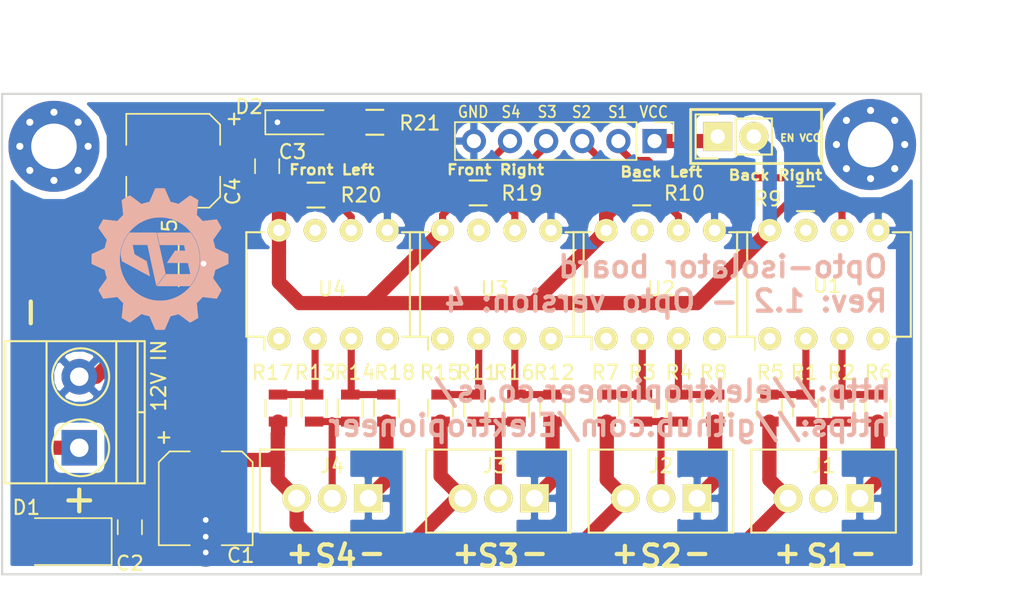
<source format=kicad_pcb>
(kicad_pcb (version 4) (host pcbnew 4.0.6+dfsg1-1)

  (general
    (links 77)
    (no_connects 0)
    (area 163.463799 91.204599 228.213801 125.154601)
    (thickness 1.6)
    (drawings 38)
    (tracks 200)
    (zones 0)
    (modules 42)
    (nets 23)
  )

  (page A4)
  (layers
    (0 F.Cu signal)
    (31 B.Cu signal)
    (32 B.Adhes user)
    (33 F.Adhes user)
    (34 B.Paste user)
    (35 F.Paste user)
    (36 B.SilkS user)
    (37 F.SilkS user)
    (38 B.Mask user)
    (39 F.Mask user)
    (40 Dwgs.User user)
    (41 Cmts.User user)
    (42 Eco1.User user)
    (43 Eco2.User user hide)
    (44 Edge.Cuts user)
    (45 Margin user)
    (46 B.CrtYd user hide)
    (47 F.CrtYd user hide)
    (48 B.Fab user hide)
    (49 F.Fab user hide)
  )

  (setup
    (last_trace_width 0.5)
    (user_trace_width 0.25)
    (user_trace_width 0.5)
    (user_trace_width 1)
    (user_trace_width 2)
    (trace_clearance 0.2)
    (zone_clearance 0.508)
    (zone_45_only yes)
    (trace_min 0.2)
    (segment_width 0.2)
    (edge_width 0.15)
    (via_size 0.6)
    (via_drill 0.4)
    (via_min_size 0.4)
    (via_min_drill 0.3)
    (uvia_size 0.3)
    (uvia_drill 0.1)
    (uvias_allowed no)
    (uvia_min_size 0.2)
    (uvia_min_drill 0.1)
    (pcb_text_width 0.3)
    (pcb_text_size 1.5 1.5)
    (mod_edge_width 0.15)
    (mod_text_size 1 1)
    (mod_text_width 0.15)
    (pad_size 6 6)
    (pad_drill 3.1)
    (pad_to_mask_clearance 0.2)
    (aux_axis_origin 0 0)
    (grid_origin 196.1388 103.4796)
    (visible_elements FFFFFF7F)
    (pcbplotparams
      (layerselection 0x00030_80000001)
      (usegerberextensions false)
      (excludeedgelayer true)
      (linewidth 0.100000)
      (plotframeref false)
      (viasonmask false)
      (mode 1)
      (useauxorigin false)
      (hpglpennumber 1)
      (hpglpenspeed 20)
      (hpglpendiameter 15)
      (hpglpenoverlay 2)
      (psnegative false)
      (psa4output false)
      (plotreference true)
      (plotvalue true)
      (plotinvisibletext false)
      (padsonsilk false)
      (subtractmaskfromsilk false)
      (outputformat 1)
      (mirror false)
      (drillshape 0)
      (scaleselection 1)
      (outputdirectory Output/Plot/Drill/))
  )

  (net 0 "")
  (net 1 GND)
  (net 2 +12V)
  (net 3 "Net-(J1-Pad2)")
  (net 4 "Net-(J2-Pad2)")
  (net 5 "Net-(J3-Pad2)")
  (net 6 "Net-(J4-Pad2)")
  (net 7 S1)
  (net 8 S2)
  (net 9 S3)
  (net 10 S4)
  (net 11 "Net-(R1-Pad1)")
  (net 12 "Net-(R2-Pad1)")
  (net 13 "Net-(R3-Pad1)")
  (net 14 "Net-(R4-Pad1)")
  (net 15 "Net-(R11-Pad1)")
  (net 16 "Net-(R12-Pad1)")
  (net 17 "Net-(R13-Pad1)")
  (net 18 "Net-(R14-Pad1)")
  (net 19 "Net-(D2-Pad2)")
  (net 20 "Net-(12V_IN1-Pad1)")
  (net 21 "Net-(J5-Pad1)")
  (net 22 VCC)

  (net_class Default "This is the default net class."
    (clearance 0.2)
    (trace_width 0.25)
    (via_dia 0.6)
    (via_drill 0.4)
    (uvia_dia 0.3)
    (uvia_drill 0.1)
    (add_net +12V)
    (add_net GND)
    (add_net "Net-(12V_IN1-Pad1)")
    (add_net "Net-(D2-Pad2)")
    (add_net "Net-(J1-Pad2)")
    (add_net "Net-(J2-Pad2)")
    (add_net "Net-(J3-Pad2)")
    (add_net "Net-(J4-Pad2)")
    (add_net "Net-(J5-Pad1)")
    (add_net "Net-(R1-Pad1)")
    (add_net "Net-(R11-Pad1)")
    (add_net "Net-(R12-Pad1)")
    (add_net "Net-(R13-Pad1)")
    (add_net "Net-(R14-Pad1)")
    (add_net "Net-(R2-Pad1)")
    (add_net "Net-(R3-Pad1)")
    (add_net "Net-(R4-Pad1)")
    (add_net S1)
    (add_net S2)
    (add_net S3)
    (add_net S4)
    (add_net VCC)
  )

  (module Capacitors_SMD:CP_Elec_6.3x5.3 (layer F.Cu) (tedit 5A8418B8) (tstamp 5A84392D)
    (at 175.5648 95.9866 180)
    (descr "SMT capacitor, aluminium electrolytic, 6.3x5.3")
    (path /5A847816)
    (attr smd)
    (fp_text reference C4 (at -4.191 -2.159 270) (layer F.SilkS)
      (effects (font (size 1 1) (thickness 0.15)))
    )
    (fp_text value 100u (at 0 -4.56 180) (layer F.Fab) hide
      (effects (font (size 1 1) (thickness 0.15)))
    )
    (fp_circle (center 0 0) (end 0.6 3) (layer F.Fab) (width 0.1))
    (fp_text user + (at -1.75 -0.08 180) (layer F.Fab)
      (effects (font (size 1 1) (thickness 0.15)))
    )
    (fp_text user + (at -4.28 3.01 180) (layer F.SilkS)
      (effects (font (size 1 1) (thickness 0.15)))
    )
    (fp_text user %R (at 0 4.56 180) (layer F.Fab)
      (effects (font (size 1 1) (thickness 0.15)))
    )
    (fp_line (start 3.15 3.15) (end 3.15 -3.15) (layer F.Fab) (width 0.1))
    (fp_line (start -2.48 3.15) (end 3.15 3.15) (layer F.Fab) (width 0.1))
    (fp_line (start -3.15 2.48) (end -2.48 3.15) (layer F.Fab) (width 0.1))
    (fp_line (start -3.15 -2.48) (end -3.15 2.48) (layer F.Fab) (width 0.1))
    (fp_line (start -2.48 -3.15) (end -3.15 -2.48) (layer F.Fab) (width 0.1))
    (fp_line (start 3.15 -3.15) (end -2.48 -3.15) (layer F.Fab) (width 0.1))
    (fp_line (start 3.3 3.3) (end 3.3 1.12) (layer F.SilkS) (width 0.12))
    (fp_line (start 3.3 -3.3) (end 3.3 -1.12) (layer F.SilkS) (width 0.12))
    (fp_line (start -3.3 2.54) (end -3.3 1.12) (layer F.SilkS) (width 0.12))
    (fp_line (start -3.3 -2.54) (end -3.3 -1.12) (layer F.SilkS) (width 0.12))
    (fp_line (start 3.3 3.3) (end -2.54 3.3) (layer F.SilkS) (width 0.12))
    (fp_line (start -2.54 3.3) (end -3.3 2.54) (layer F.SilkS) (width 0.12))
    (fp_line (start -3.3 -2.54) (end -2.54 -3.3) (layer F.SilkS) (width 0.12))
    (fp_line (start -2.54 -3.3) (end 3.3 -3.3) (layer F.SilkS) (width 0.12))
    (fp_line (start -4.7 -3.4) (end 4.7 -3.4) (layer F.CrtYd) (width 0.05))
    (fp_line (start -4.7 -3.4) (end -4.7 3.4) (layer F.CrtYd) (width 0.05))
    (fp_line (start 4.7 3.4) (end 4.7 -3.4) (layer F.CrtYd) (width 0.05))
    (fp_line (start 4.7 3.4) (end -4.7 3.4) (layer F.CrtYd) (width 0.05))
    (pad 1 smd rect (at -2.7 0) (size 3.5 1.6) (layers F.Cu F.Paste F.Mask)
      (net 22 VCC))
    (pad 2 smd rect (at 2.7 0) (size 3.5 1.6) (layers F.Cu F.Paste F.Mask)
      (net 1 GND))
    (model Capacitors_SMD.3dshapes/CP_Elec_6.3x5.3.wrl
      (at (xyz 0 0 0))
      (scale (xyz 1 1 1))
      (rotate (xyz 0 0 180))
    )
  )

  (module Capacitors_SMD:CP_Elec_6.3x5.3 (layer F.Cu) (tedit 5A841859) (tstamp 59C8D7E3)
    (at 177.8508 119.7356 270)
    (descr "SMT capacitor, aluminium electrolytic, 6.3x5.3")
    (path /59C8C3BA)
    (attr smd)
    (fp_text reference C1 (at 4.02 -2.463 540) (layer F.SilkS)
      (effects (font (size 1 1) (thickness 0.15)))
    )
    (fp_text value 100u (at 0 -4.56 270) (layer F.Fab) hide
      (effects (font (size 1 1) (thickness 0.15)))
    )
    (fp_circle (center 0 0) (end 0.6 3) (layer F.Fab) (width 0.1))
    (fp_text user + (at -1.75 -0.08 270) (layer F.Fab)
      (effects (font (size 1 1) (thickness 0.15)))
    )
    (fp_text user + (at -4.28 3.01 270) (layer F.SilkS)
      (effects (font (size 1 1) (thickness 0.15)))
    )
    (fp_text user %R (at 0 4.56 270) (layer F.Fab)
      (effects (font (size 1 1) (thickness 0.15)))
    )
    (fp_line (start 3.15 3.15) (end 3.15 -3.15) (layer F.Fab) (width 0.1))
    (fp_line (start -2.48 3.15) (end 3.15 3.15) (layer F.Fab) (width 0.1))
    (fp_line (start -3.15 2.48) (end -2.48 3.15) (layer F.Fab) (width 0.1))
    (fp_line (start -3.15 -2.48) (end -3.15 2.48) (layer F.Fab) (width 0.1))
    (fp_line (start -2.48 -3.15) (end -3.15 -2.48) (layer F.Fab) (width 0.1))
    (fp_line (start 3.15 -3.15) (end -2.48 -3.15) (layer F.Fab) (width 0.1))
    (fp_line (start 3.3 3.3) (end 3.3 1.12) (layer F.SilkS) (width 0.12))
    (fp_line (start 3.3 -3.3) (end 3.3 -1.12) (layer F.SilkS) (width 0.12))
    (fp_line (start -3.3 2.54) (end -3.3 1.12) (layer F.SilkS) (width 0.12))
    (fp_line (start -3.3 -2.54) (end -3.3 -1.12) (layer F.SilkS) (width 0.12))
    (fp_line (start 3.3 3.3) (end -2.54 3.3) (layer F.SilkS) (width 0.12))
    (fp_line (start -2.54 3.3) (end -3.3 2.54) (layer F.SilkS) (width 0.12))
    (fp_line (start -3.3 -2.54) (end -2.54 -3.3) (layer F.SilkS) (width 0.12))
    (fp_line (start -2.54 -3.3) (end 3.3 -3.3) (layer F.SilkS) (width 0.12))
    (fp_line (start -4.7 -3.4) (end 4.7 -3.4) (layer F.CrtYd) (width 0.05))
    (fp_line (start -4.7 -3.4) (end -4.7 3.4) (layer F.CrtYd) (width 0.05))
    (fp_line (start 4.7 3.4) (end 4.7 -3.4) (layer F.CrtYd) (width 0.05))
    (fp_line (start 4.7 3.4) (end -4.7 3.4) (layer F.CrtYd) (width 0.05))
    (pad 1 smd rect (at -2.7 0 90) (size 3.5 1.6) (layers F.Cu F.Paste F.Mask)
      (net 2 +12V))
    (pad 2 smd rect (at 2.7 0 90) (size 3.5 1.6) (layers F.Cu F.Paste F.Mask)
      (net 1 GND))
    (model Capacitors_SMD.3dshapes/CP_Elec_6.3x5.3.wrl
      (at (xyz 0 0 0))
      (scale (xyz 1 1 1))
      (rotate (xyz 0 0 180))
    )
  )

  (module Connectors_Terminal_Blocks:TerminalBlock_Pheonix_MKDS1.5-2pol (layer F.Cu) (tedit 5A84190C) (tstamp 5A5F9112)
    (at 168.9608 116.1796 90)
    (descr "2-way 5mm pitch terminal block, Phoenix MKDS series")
    (path /59C8BBA9)
    (fp_text reference "12V IN" (at 5.08 5.588 90) (layer F.SilkS)
      (effects (font (size 1 1) (thickness 0.15)))
    )
    (fp_text value Screw_Terminal_01x02 (at 2.5 -6.6 90) (layer F.Fab) hide
      (effects (font (size 1 1) (thickness 0.15)))
    )
    (fp_line (start -2.7 -5.4) (end 7.7 -5.4) (layer F.CrtYd) (width 0.05))
    (fp_line (start -2.7 4.8) (end -2.7 -5.4) (layer F.CrtYd) (width 0.05))
    (fp_line (start 7.7 4.8) (end -2.7 4.8) (layer F.CrtYd) (width 0.05))
    (fp_line (start 7.7 -5.4) (end 7.7 4.8) (layer F.CrtYd) (width 0.05))
    (fp_line (start 2.5 4.1) (end 2.5 4.6) (layer F.SilkS) (width 0.15))
    (fp_circle (center 5 0.1) (end 3 0.1) (layer F.SilkS) (width 0.15))
    (fp_circle (center 0 0.1) (end 2 0.1) (layer F.SilkS) (width 0.15))
    (fp_line (start -2.5 2.6) (end 7.5 2.6) (layer F.SilkS) (width 0.15))
    (fp_line (start -2.5 -2.3) (end 7.5 -2.3) (layer F.SilkS) (width 0.15))
    (fp_line (start -2.5 4.1) (end 7.5 4.1) (layer F.SilkS) (width 0.15))
    (fp_line (start -2.5 4.6) (end 7.5 4.6) (layer F.SilkS) (width 0.15))
    (fp_line (start 7.5 4.6) (end 7.5 -5.2) (layer F.SilkS) (width 0.15))
    (fp_line (start 7.5 -5.2) (end -2.5 -5.2) (layer F.SilkS) (width 0.15))
    (fp_line (start -2.5 -5.2) (end -2.5 4.6) (layer F.SilkS) (width 0.15))
    (pad 1 thru_hole rect (at 0 0 90) (size 2.5 2.5) (drill 1.3) (layers *.Cu *.Mask)
      (net 20 "Net-(12V_IN1-Pad1)"))
    (pad 2 thru_hole circle (at 5 0 90) (size 2.5 2.5) (drill 1.3) (layers *.Cu *.Mask)
      (net 1 GND))
    (model Terminal_Blocks.3dshapes/TerminalBlock_Pheonix_MKDS1.5-2pol.wrl
      (at (xyz 0.0984 0 0))
      (scale (xyz 1 1 1))
      (rotate (xyz 0 0 180))
    )
  )

  (module Connect:Wafer_Vertical10x5.8x7RM2.5-3 (layer F.Cu) (tedit 59F5A004) (tstamp 59F5C27C)
    (at 200.9648 119.7356 180)
    (descr "Gold-Tek vertical wafer connector with 2.5mm pitch")
    (tags "wafer connector vertical")
    (path /59C95709)
    (fp_text reference J3 (at 2.794 2.286 180) (layer F.SilkS)
      (effects (font (size 1 1) (thickness 0.15)))
    )
    (fp_text value "S3 Connector" (at 2.54 5.08 180) (layer F.Fab) hide
      (effects (font (size 1 1) (thickness 0.15)))
    )
    (fp_line (start -2.75 -2.75) (end 7.85 -2.75) (layer F.CrtYd) (width 0.05))
    (fp_line (start 7.85 -2.75) (end 7.85 3.8) (layer F.CrtYd) (width 0.05))
    (fp_line (start 7.85 3.8) (end -2.75 3.8) (layer F.CrtYd) (width 0.05))
    (fp_line (start -2.75 3.8) (end -2.75 -2.75) (layer F.CrtYd) (width 0.05))
    (fp_line (start 7.62 3.429) (end -2.54 3.429) (layer F.SilkS) (width 0.15))
    (fp_line (start -2.54 -2.413) (end 7.62 -2.413) (layer F.SilkS) (width 0.15))
    (fp_line (start 7.62 -2.413) (end 7.62 3.429) (layer F.SilkS) (width 0.15))
    (fp_line (start -2.54 -2.413) (end -2.54 3.429) (layer F.SilkS) (width 0.15))
    (pad 1 thru_hole rect (at 0 0 180) (size 2 2) (drill 1.2) (layers *.Cu *.Mask F.SilkS)
      (net 1 GND))
    (pad 2 thru_hole circle (at 2.54 0 180) (size 2 2) (drill 1.2) (layers *.Cu *.Mask F.SilkS)
      (net 5 "Net-(J3-Pad2)"))
    (pad 3 thru_hole circle (at 5.04 0 180) (size 2 2) (drill 1.2) (layers *.Cu *.Mask F.SilkS)
      (net 2 +12V))
    (model Connect.3dshapes/Wafer_Vertical10x5.8x7RM2.5-3.wrl
      (at (xyz 0 0 0))
      (scale (xyz 4 4 4))
      (rotate (xyz 0 0 0))
    )
  )

  (module Housings_DIP:DIP-8_W7.62mm (layer F.Cu) (tedit 59F5A0B0) (tstamp 59C8C401)
    (at 183 108.5 90)
    (descr "8-lead dip package, row spacing 7.62 mm (300 mils)")
    (tags "dil dip 2.54 300")
    (path /59C95BE5)
    (fp_text reference U4 (at 3.4964 3.7408 180) (layer F.SilkS)
      (effects (font (size 1 1) (thickness 0.15)))
    )
    (fp_text value 6N135 (at 0 -3.72 90) (layer F.Fab) hide
      (effects (font (size 1 1) (thickness 0.15)))
    )
    (fp_line (start -1.05 -2.45) (end -1.05 10.1) (layer F.CrtYd) (width 0.05))
    (fp_line (start 8.65 -2.45) (end 8.65 10.1) (layer F.CrtYd) (width 0.05))
    (fp_line (start -1.05 -2.45) (end 8.65 -2.45) (layer F.CrtYd) (width 0.05))
    (fp_line (start -1.05 10.1) (end 8.65 10.1) (layer F.CrtYd) (width 0.05))
    (fp_line (start 0.135 -2.295) (end 0.135 -1.025) (layer F.SilkS) (width 0.15))
    (fp_line (start 7.485 -2.295) (end 7.485 -1.025) (layer F.SilkS) (width 0.15))
    (fp_line (start 7.485 9.915) (end 7.485 8.645) (layer F.SilkS) (width 0.15))
    (fp_line (start 0.135 9.915) (end 0.135 8.645) (layer F.SilkS) (width 0.15))
    (fp_line (start 0.135 -2.295) (end 7.485 -2.295) (layer F.SilkS) (width 0.15))
    (fp_line (start 0.135 9.915) (end 7.485 9.915) (layer F.SilkS) (width 0.15))
    (fp_line (start 0.135 -1.025) (end -0.8 -1.025) (layer F.SilkS) (width 0.15))
    (pad 1 thru_hole oval (at 0 0 90) (size 1.6 1.6) (drill 0.8) (layers *.Cu *.Mask F.SilkS))
    (pad 2 thru_hole oval (at 0 2.54 90) (size 1.6 1.6) (drill 0.8) (layers *.Cu *.Mask F.SilkS)
      (net 17 "Net-(R13-Pad1)"))
    (pad 3 thru_hole oval (at 0 5.08 90) (size 1.6 1.6) (drill 0.8) (layers *.Cu *.Mask F.SilkS)
      (net 18 "Net-(R14-Pad1)"))
    (pad 4 thru_hole oval (at 0 7.62 90) (size 1.6 1.6) (drill 0.8) (layers *.Cu *.Mask F.SilkS))
    (pad 5 thru_hole oval (at 7.62 7.62 90) (size 1.6 1.6) (drill 0.8) (layers *.Cu *.Mask F.SilkS)
      (net 1 GND))
    (pad 6 thru_hole oval (at 7.62 5.08 90) (size 1.6 1.6) (drill 0.8) (layers *.Cu *.Mask F.SilkS)
      (net 10 S4))
    (pad 7 thru_hole oval (at 7.62 2.54 90) (size 1.6 1.6) (drill 0.8) (layers *.Cu *.Mask F.SilkS))
    (pad 8 thru_hole oval (at 7.62 0 90) (size 1.6 1.6) (drill 0.8) (layers *.Cu *.Mask F.SilkS)
      (net 22 VCC))
    (model Housings_DIP.3dshapes/DIP-8_W7.62mm.wrl
      (at (xyz 0 0 0))
      (scale (xyz 1 1 1))
      (rotate (xyz 0 0 0))
    )
  )

  (module Diodes_SMD:D_SMA (layer F.Cu) (tedit 5A004B29) (tstamp 59C8C16B)
    (at 167.8388 122.7796 180)
    (descr "Diode SMA (DO-214AC)")
    (tags "Diode SMA (DO-214AC)")
    (path /59C8C373)
    (attr smd)
    (fp_text reference D1 (at 2.6 2.4 180) (layer F.SilkS)
      (effects (font (size 1 1) (thickness 0.15)))
    )
    (fp_text value STTH2R06U (at 0 2.6 180) (layer F.Fab) hide
      (effects (font (size 1 1) (thickness 0.15)))
    )
    (fp_text user %R (at 0 -2.5 180) (layer F.Fab)
      (effects (font (size 1 1) (thickness 0.15)))
    )
    (fp_line (start -3.4 -1.65) (end -3.4 1.65) (layer F.SilkS) (width 0.12))
    (fp_line (start 2.3 1.5) (end -2.3 1.5) (layer F.Fab) (width 0.1))
    (fp_line (start -2.3 1.5) (end -2.3 -1.5) (layer F.Fab) (width 0.1))
    (fp_line (start 2.3 -1.5) (end 2.3 1.5) (layer F.Fab) (width 0.1))
    (fp_line (start 2.3 -1.5) (end -2.3 -1.5) (layer F.Fab) (width 0.1))
    (fp_line (start -3.5 -1.75) (end 3.5 -1.75) (layer F.CrtYd) (width 0.05))
    (fp_line (start 3.5 -1.75) (end 3.5 1.75) (layer F.CrtYd) (width 0.05))
    (fp_line (start 3.5 1.75) (end -3.5 1.75) (layer F.CrtYd) (width 0.05))
    (fp_line (start -3.5 1.75) (end -3.5 -1.75) (layer F.CrtYd) (width 0.05))
    (fp_line (start -0.64944 0.00102) (end -1.55114 0.00102) (layer F.Fab) (width 0.1))
    (fp_line (start 0.50118 0.00102) (end 1.4994 0.00102) (layer F.Fab) (width 0.1))
    (fp_line (start -0.64944 -0.79908) (end -0.64944 0.80112) (layer F.Fab) (width 0.1))
    (fp_line (start 0.50118 0.75032) (end 0.50118 -0.79908) (layer F.Fab) (width 0.1))
    (fp_line (start -0.64944 0.00102) (end 0.50118 0.75032) (layer F.Fab) (width 0.1))
    (fp_line (start -0.64944 0.00102) (end 0.50118 -0.79908) (layer F.Fab) (width 0.1))
    (fp_line (start -3.4 1.65) (end 2 1.65) (layer F.SilkS) (width 0.12))
    (fp_line (start -3.4 -1.65) (end 2 -1.65) (layer F.SilkS) (width 0.12))
    (pad 1 smd rect (at -2 0 180) (size 2.5 1.8) (layers F.Cu F.Paste F.Mask)
      (net 2 +12V))
    (pad 2 smd rect (at 2 0 180) (size 2.5 1.8) (layers F.Cu F.Paste F.Mask)
      (net 20 "Net-(12V_IN1-Pad1)"))
    (model ${KISYS3DMOD}/Diodes_SMD.3dshapes/D_SMA.wrl
      (at (xyz 0 0 0))
      (scale (xyz 1 1 1))
      (rotate (xyz 0 0 0))
    )
  )

  (module Pin_Headers:Pin_Header_Straight_1x06_Pitch2.54mm (layer F.Cu) (tedit 59C8CE20) (tstamp 59C8C219)
    (at 209.4 94.6 270)
    (descr "Through hole straight pin header, 1x06, 2.54mm pitch, single row")
    (tags "Through hole pin header THT 1x06 2.54mm single row")
    (path /59C8BFDC)
    (fp_text reference J5 (at 0 -3.5 270) (layer F.SilkS) hide
      (effects (font (size 1 1) (thickness 0.15)))
    )
    (fp_text value Conn_01x06 (at 0 15.03 270) (layer F.Fab) hide
      (effects (font (size 1 1) (thickness 0.15)))
    )
    (fp_line (start -0.635 -1.27) (end 1.27 -1.27) (layer F.Fab) (width 0.1))
    (fp_line (start 1.27 -1.27) (end 1.27 13.97) (layer F.Fab) (width 0.1))
    (fp_line (start 1.27 13.97) (end -1.27 13.97) (layer F.Fab) (width 0.1))
    (fp_line (start -1.27 13.97) (end -1.27 -0.635) (layer F.Fab) (width 0.1))
    (fp_line (start -1.27 -0.635) (end -0.635 -1.27) (layer F.Fab) (width 0.1))
    (fp_line (start -1.33 14.03) (end 1.33 14.03) (layer F.SilkS) (width 0.12))
    (fp_line (start -1.33 1.27) (end -1.33 14.03) (layer F.SilkS) (width 0.12))
    (fp_line (start 1.33 1.27) (end 1.33 14.03) (layer F.SilkS) (width 0.12))
    (fp_line (start -1.33 1.27) (end 1.33 1.27) (layer F.SilkS) (width 0.12))
    (fp_line (start -1.33 0) (end -1.33 -1.33) (layer F.SilkS) (width 0.12))
    (fp_line (start -1.33 -1.33) (end 0 -1.33) (layer F.SilkS) (width 0.12))
    (fp_line (start -1.8 -1.8) (end -1.8 14.5) (layer F.CrtYd) (width 0.05))
    (fp_line (start -1.8 14.5) (end 1.8 14.5) (layer F.CrtYd) (width 0.05))
    (fp_line (start 1.8 14.5) (end 1.8 -1.8) (layer F.CrtYd) (width 0.05))
    (fp_line (start 1.8 -1.8) (end -1.8 -1.8) (layer F.CrtYd) (width 0.05))
    (fp_text user %R (at 0 6.35 360) (layer F.Fab)
      (effects (font (size 1 1) (thickness 0.15)))
    )
    (pad 1 thru_hole rect (at 0 0 270) (size 1.7 1.7) (drill 1) (layers *.Cu *.Mask)
      (net 21 "Net-(J5-Pad1)"))
    (pad 2 thru_hole oval (at 0 2.54 270) (size 1.7 1.7) (drill 1) (layers *.Cu *.Mask)
      (net 7 S1))
    (pad 3 thru_hole oval (at 0 5.08 270) (size 1.7 1.7) (drill 1) (layers *.Cu *.Mask)
      (net 8 S2))
    (pad 4 thru_hole oval (at 0 7.62 270) (size 1.7 1.7) (drill 1) (layers *.Cu *.Mask)
      (net 9 S3))
    (pad 5 thru_hole oval (at 0 10.16 270) (size 1.7 1.7) (drill 1) (layers *.Cu *.Mask)
      (net 10 S4))
    (pad 6 thru_hole oval (at 0 12.7 270) (size 1.7 1.7) (drill 1) (layers *.Cu *.Mask)
      (net 1 GND))
  )

  (module LEDs:LED_1206 (layer F.Cu) (tedit 59C95BBA) (tstamp 59C95CC7)
    (at 184.5388 93.2796)
    (descr "LED 1206 smd package")
    (tags "LED led 1206 SMD smd SMT smt smdled SMDLED smtled SMTLED")
    (path /59C99241)
    (attr smd)
    (fp_text reference D2 (at 0 -1.6) (layer F.SilkS) hide
      (effects (font (size 1 1) (thickness 0.15)))
    )
    (fp_text value LED_RED (at 0 1.7) (layer F.Fab) hide
      (effects (font (size 1 1) (thickness 0.15)))
    )
    (fp_line (start -2.5 -0.85) (end -2.5 0.85) (layer F.SilkS) (width 0.12))
    (fp_line (start -0.45 -0.4) (end -0.45 0.4) (layer F.Fab) (width 0.1))
    (fp_line (start -0.4 0) (end 0.2 -0.4) (layer F.Fab) (width 0.1))
    (fp_line (start 0.2 0.4) (end -0.4 0) (layer F.Fab) (width 0.1))
    (fp_line (start 0.2 -0.4) (end 0.2 0.4) (layer F.Fab) (width 0.1))
    (fp_line (start 1.6 0.8) (end -1.6 0.8) (layer F.Fab) (width 0.1))
    (fp_line (start 1.6 -0.8) (end 1.6 0.8) (layer F.Fab) (width 0.1))
    (fp_line (start -1.6 -0.8) (end 1.6 -0.8) (layer F.Fab) (width 0.1))
    (fp_line (start -1.6 0.8) (end -1.6 -0.8) (layer F.Fab) (width 0.1))
    (fp_line (start -2.45 0.85) (end 1.6 0.85) (layer F.SilkS) (width 0.12))
    (fp_line (start -2.45 -0.85) (end 1.6 -0.85) (layer F.SilkS) (width 0.12))
    (fp_line (start 2.65 -1) (end 2.65 1) (layer F.CrtYd) (width 0.05))
    (fp_line (start 2.65 1) (end -2.65 1) (layer F.CrtYd) (width 0.05))
    (fp_line (start -2.65 1) (end -2.65 -1) (layer F.CrtYd) (width 0.05))
    (fp_line (start -2.65 -1) (end 2.65 -1) (layer F.CrtYd) (width 0.05))
    (pad 2 smd rect (at 1.65 0 180) (size 1.5 1.5) (layers F.Cu F.Paste F.Mask)
      (net 19 "Net-(D2-Pad2)"))
    (pad 1 smd rect (at -1.65 0 180) (size 1.5 1.5) (layers F.Cu F.Paste F.Mask)
      (net 1 GND))
    (model ${KISYS3DMOD}/LEDs.3dshapes/LED_1206.wrl
      (at (xyz 0 0 0))
      (scale (xyz 1 1 1))
      (rotate (xyz 0 0 180))
    )
  )

  (module Housings_DIP:DIP-8_W7.62mm (layer F.Cu) (tedit 59F5A0AB) (tstamp 59C8C3E5)
    (at 194.5 108.5 90)
    (descr "8-lead dip package, row spacing 7.62 mm (300 mils)")
    (tags "dil dip 2.54 300")
    (path /59C95703)
    (fp_text reference U3 (at 3.4964 3.6708 180) (layer F.SilkS)
      (effects (font (size 1 1) (thickness 0.15)))
    )
    (fp_text value 6N135 (at 0 -3.72 90) (layer F.Fab) hide
      (effects (font (size 1 1) (thickness 0.15)))
    )
    (fp_line (start -1.05 -2.45) (end -1.05 10.1) (layer F.CrtYd) (width 0.05))
    (fp_line (start 8.65 -2.45) (end 8.65 10.1) (layer F.CrtYd) (width 0.05))
    (fp_line (start -1.05 -2.45) (end 8.65 -2.45) (layer F.CrtYd) (width 0.05))
    (fp_line (start -1.05 10.1) (end 8.65 10.1) (layer F.CrtYd) (width 0.05))
    (fp_line (start 0.135 -2.295) (end 0.135 -1.025) (layer F.SilkS) (width 0.15))
    (fp_line (start 7.485 -2.295) (end 7.485 -1.025) (layer F.SilkS) (width 0.15))
    (fp_line (start 7.485 9.915) (end 7.485 8.645) (layer F.SilkS) (width 0.15))
    (fp_line (start 0.135 9.915) (end 0.135 8.645) (layer F.SilkS) (width 0.15))
    (fp_line (start 0.135 -2.295) (end 7.485 -2.295) (layer F.SilkS) (width 0.15))
    (fp_line (start 0.135 9.915) (end 7.485 9.915) (layer F.SilkS) (width 0.15))
    (fp_line (start 0.135 -1.025) (end -0.8 -1.025) (layer F.SilkS) (width 0.15))
    (pad 1 thru_hole oval (at 0 0 90) (size 1.6 1.6) (drill 0.8) (layers *.Cu *.Mask F.SilkS))
    (pad 2 thru_hole oval (at 0 2.54 90) (size 1.6 1.6) (drill 0.8) (layers *.Cu *.Mask F.SilkS)
      (net 15 "Net-(R11-Pad1)"))
    (pad 3 thru_hole oval (at 0 5.08 90) (size 1.6 1.6) (drill 0.8) (layers *.Cu *.Mask F.SilkS)
      (net 16 "Net-(R12-Pad1)"))
    (pad 4 thru_hole oval (at 0 7.62 90) (size 1.6 1.6) (drill 0.8) (layers *.Cu *.Mask F.SilkS))
    (pad 5 thru_hole oval (at 7.62 7.62 90) (size 1.6 1.6) (drill 0.8) (layers *.Cu *.Mask F.SilkS)
      (net 1 GND))
    (pad 6 thru_hole oval (at 7.62 5.08 90) (size 1.6 1.6) (drill 0.8) (layers *.Cu *.Mask F.SilkS)
      (net 9 S3))
    (pad 7 thru_hole oval (at 7.62 2.54 90) (size 1.6 1.6) (drill 0.8) (layers *.Cu *.Mask F.SilkS))
    (pad 8 thru_hole oval (at 7.62 0 90) (size 1.6 1.6) (drill 0.8) (layers *.Cu *.Mask F.SilkS)
      (net 22 VCC))
    (model Housings_DIP.3dshapes/DIP-8_W7.62mm.wrl
      (at (xyz 0 0 0))
      (scale (xyz 1 1 1))
      (rotate (xyz 0 0 0))
    )
  )

  (module Housings_DIP:DIP-8_W7.62mm (layer F.Cu) (tedit 59F5A0A3) (tstamp 59C8C3C9)
    (at 206 108.5 90)
    (descr "8-lead dip package, row spacing 7.62 mm (300 mils)")
    (tags "dil dip 2.54 300")
    (path /59C95B88)
    (fp_text reference U2 (at 3.4964 3.8548 180) (layer F.SilkS)
      (effects (font (size 1 1) (thickness 0.15)))
    )
    (fp_text value 6N135 (at 0 -3.72 90) (layer F.Fab) hide
      (effects (font (size 1 1) (thickness 0.15)))
    )
    (fp_line (start -1.05 -2.45) (end -1.05 10.1) (layer F.CrtYd) (width 0.05))
    (fp_line (start 8.65 -2.45) (end 8.65 10.1) (layer F.CrtYd) (width 0.05))
    (fp_line (start -1.05 -2.45) (end 8.65 -2.45) (layer F.CrtYd) (width 0.05))
    (fp_line (start -1.05 10.1) (end 8.65 10.1) (layer F.CrtYd) (width 0.05))
    (fp_line (start 0.135 -2.295) (end 0.135 -1.025) (layer F.SilkS) (width 0.15))
    (fp_line (start 7.485 -2.295) (end 7.485 -1.025) (layer F.SilkS) (width 0.15))
    (fp_line (start 7.485 9.915) (end 7.485 8.645) (layer F.SilkS) (width 0.15))
    (fp_line (start 0.135 9.915) (end 0.135 8.645) (layer F.SilkS) (width 0.15))
    (fp_line (start 0.135 -2.295) (end 7.485 -2.295) (layer F.SilkS) (width 0.15))
    (fp_line (start 0.135 9.915) (end 7.485 9.915) (layer F.SilkS) (width 0.15))
    (fp_line (start 0.135 -1.025) (end -0.8 -1.025) (layer F.SilkS) (width 0.15))
    (pad 1 thru_hole oval (at 0 0 90) (size 1.6 1.6) (drill 0.8) (layers *.Cu *.Mask F.SilkS))
    (pad 2 thru_hole oval (at 0 2.54 90) (size 1.6 1.6) (drill 0.8) (layers *.Cu *.Mask F.SilkS)
      (net 13 "Net-(R3-Pad1)"))
    (pad 3 thru_hole oval (at 0 5.08 90) (size 1.6 1.6) (drill 0.8) (layers *.Cu *.Mask F.SilkS)
      (net 14 "Net-(R4-Pad1)"))
    (pad 4 thru_hole oval (at 0 7.62 90) (size 1.6 1.6) (drill 0.8) (layers *.Cu *.Mask F.SilkS))
    (pad 5 thru_hole oval (at 7.62 7.62 90) (size 1.6 1.6) (drill 0.8) (layers *.Cu *.Mask F.SilkS)
      (net 1 GND))
    (pad 6 thru_hole oval (at 7.62 5.08 90) (size 1.6 1.6) (drill 0.8) (layers *.Cu *.Mask F.SilkS)
      (net 8 S2))
    (pad 7 thru_hole oval (at 7.62 2.54 90) (size 1.6 1.6) (drill 0.8) (layers *.Cu *.Mask F.SilkS))
    (pad 8 thru_hole oval (at 7.62 0 90) (size 1.6 1.6) (drill 0.8) (layers *.Cu *.Mask F.SilkS)
      (net 22 VCC))
    (model Housings_DIP.3dshapes/DIP-8_W7.62mm.wrl
      (at (xyz 0 0 0))
      (scale (xyz 1 1 1))
      (rotate (xyz 0 0 0))
    )
  )

  (module Housings_DIP:DIP-8_W7.62mm (layer F.Cu) (tedit 59F5A0A6) (tstamp 59C8C3AD)
    (at 217.5 108.5 90)
    (descr "8-lead dip package, row spacing 7.62 mm (300 mils)")
    (tags "dil dip 2.54 300")
    (path /59C8B84D)
    (fp_text reference U1 (at 3.7504 4.0388 180) (layer F.SilkS)
      (effects (font (size 1 1) (thickness 0.15)))
    )
    (fp_text value 6N135 (at 0 -3.72 90) (layer F.Fab) hide
      (effects (font (size 1 1) (thickness 0.15)))
    )
    (fp_line (start -1.05 -2.45) (end -1.05 10.1) (layer F.CrtYd) (width 0.05))
    (fp_line (start 8.65 -2.45) (end 8.65 10.1) (layer F.CrtYd) (width 0.05))
    (fp_line (start -1.05 -2.45) (end 8.65 -2.45) (layer F.CrtYd) (width 0.05))
    (fp_line (start -1.05 10.1) (end 8.65 10.1) (layer F.CrtYd) (width 0.05))
    (fp_line (start 0.135 -2.295) (end 0.135 -1.025) (layer F.SilkS) (width 0.15))
    (fp_line (start 7.485 -2.295) (end 7.485 -1.025) (layer F.SilkS) (width 0.15))
    (fp_line (start 7.485 9.915) (end 7.485 8.645) (layer F.SilkS) (width 0.15))
    (fp_line (start 0.135 9.915) (end 0.135 8.645) (layer F.SilkS) (width 0.15))
    (fp_line (start 0.135 -2.295) (end 7.485 -2.295) (layer F.SilkS) (width 0.15))
    (fp_line (start 0.135 9.915) (end 7.485 9.915) (layer F.SilkS) (width 0.15))
    (fp_line (start 0.135 -1.025) (end -0.8 -1.025) (layer F.SilkS) (width 0.15))
    (pad 1 thru_hole oval (at 0 0 90) (size 1.6 1.6) (drill 0.8) (layers *.Cu *.Mask F.SilkS))
    (pad 2 thru_hole oval (at 0 2.54 90) (size 1.6 1.6) (drill 0.8) (layers *.Cu *.Mask F.SilkS)
      (net 11 "Net-(R1-Pad1)"))
    (pad 3 thru_hole oval (at 0 5.08 90) (size 1.6 1.6) (drill 0.8) (layers *.Cu *.Mask F.SilkS)
      (net 12 "Net-(R2-Pad1)"))
    (pad 4 thru_hole oval (at 0 7.62 90) (size 1.6 1.6) (drill 0.8) (layers *.Cu *.Mask F.SilkS))
    (pad 5 thru_hole oval (at 7.62 7.62 90) (size 1.6 1.6) (drill 0.8) (layers *.Cu *.Mask F.SilkS)
      (net 1 GND))
    (pad 6 thru_hole oval (at 7.62 5.08 90) (size 1.6 1.6) (drill 0.8) (layers *.Cu *.Mask F.SilkS)
      (net 7 S1))
    (pad 7 thru_hole oval (at 7.62 2.54 90) (size 1.6 1.6) (drill 0.8) (layers *.Cu *.Mask F.SilkS))
    (pad 8 thru_hole oval (at 7.62 0 90) (size 1.6 1.6) (drill 0.8) (layers *.Cu *.Mask F.SilkS)
      (net 22 VCC))
    (model Housings_DIP.3dshapes/DIP-8_W7.62mm.wrl
      (at (xyz 0 0 0))
      (scale (xyz 1 1 1))
      (rotate (xyz 0 0 0))
    )
  )

  (module Connect:Wafer_Vertical10x5.8x7RM2.5-3 (layer F.Cu) (tedit 59F59F71) (tstamp 59F5C25E)
    (at 223.8248 119.7356 180)
    (descr "Gold-Tek vertical wafer connector with 2.5mm pitch")
    (tags "wafer connector vertical")
    (path /59C8BC61)
    (fp_text reference J1 (at 2.54 2.286 180) (layer F.SilkS)
      (effects (font (size 1 1) (thickness 0.15)))
    )
    (fp_text value "S1 Connector" (at 2.54 5.08 180) (layer F.Fab) hide
      (effects (font (size 1 1) (thickness 0.15)))
    )
    (fp_line (start -2.75 -2.75) (end 7.85 -2.75) (layer F.CrtYd) (width 0.05))
    (fp_line (start 7.85 -2.75) (end 7.85 3.8) (layer F.CrtYd) (width 0.05))
    (fp_line (start 7.85 3.8) (end -2.75 3.8) (layer F.CrtYd) (width 0.05))
    (fp_line (start -2.75 3.8) (end -2.75 -2.75) (layer F.CrtYd) (width 0.05))
    (fp_line (start 7.62 3.429) (end -2.54 3.429) (layer F.SilkS) (width 0.15))
    (fp_line (start -2.54 -2.413) (end 7.62 -2.413) (layer F.SilkS) (width 0.15))
    (fp_line (start 7.62 -2.413) (end 7.62 3.429) (layer F.SilkS) (width 0.15))
    (fp_line (start -2.54 -2.413) (end -2.54 3.429) (layer F.SilkS) (width 0.15))
    (pad 1 thru_hole rect (at 0 0 180) (size 2 2) (drill 1.2) (layers *.Cu *.Mask F.SilkS)
      (net 1 GND))
    (pad 2 thru_hole circle (at 2.54 0 180) (size 2 2) (drill 1.2) (layers *.Cu *.Mask F.SilkS)
      (net 3 "Net-(J1-Pad2)"))
    (pad 3 thru_hole circle (at 5.04 0 180) (size 2 2) (drill 1.2) (layers *.Cu *.Mask F.SilkS)
      (net 2 +12V))
    (model Connect.3dshapes/Wafer_Vertical10x5.8x7RM2.5-3.wrl
      (at (xyz 0 0 0))
      (scale (xyz 4 4 4))
      (rotate (xyz 0 0 0))
    )
  )

  (module Connect:Wafer_Vertical10x5.8x7RM2.5-3 (layer F.Cu) (tedit 59F59FC4) (tstamp 59F5C26D)
    (at 212.3948 119.7356 180)
    (descr "Gold-Tek vertical wafer connector with 2.5mm pitch")
    (tags "wafer connector vertical")
    (path /59C95B8E)
    (fp_text reference J2 (at 2.54 2.286 180) (layer F.SilkS)
      (effects (font (size 1 1) (thickness 0.15)))
    )
    (fp_text value "S2 Connector" (at 2.54 5.08 180) (layer F.Fab) hide
      (effects (font (size 1 1) (thickness 0.15)))
    )
    (fp_line (start -2.75 -2.75) (end 7.85 -2.75) (layer F.CrtYd) (width 0.05))
    (fp_line (start 7.85 -2.75) (end 7.85 3.8) (layer F.CrtYd) (width 0.05))
    (fp_line (start 7.85 3.8) (end -2.75 3.8) (layer F.CrtYd) (width 0.05))
    (fp_line (start -2.75 3.8) (end -2.75 -2.75) (layer F.CrtYd) (width 0.05))
    (fp_line (start 7.62 3.429) (end -2.54 3.429) (layer F.SilkS) (width 0.15))
    (fp_line (start -2.54 -2.413) (end 7.62 -2.413) (layer F.SilkS) (width 0.15))
    (fp_line (start 7.62 -2.413) (end 7.62 3.429) (layer F.SilkS) (width 0.15))
    (fp_line (start -2.54 -2.413) (end -2.54 3.429) (layer F.SilkS) (width 0.15))
    (pad 1 thru_hole rect (at 0 0 180) (size 2 2) (drill 1.2) (layers *.Cu *.Mask F.SilkS)
      (net 1 GND))
    (pad 2 thru_hole circle (at 2.54 0 180) (size 2 2) (drill 1.2) (layers *.Cu *.Mask F.SilkS)
      (net 4 "Net-(J2-Pad2)"))
    (pad 3 thru_hole circle (at 5.04 0 180) (size 2 2) (drill 1.2) (layers *.Cu *.Mask F.SilkS)
      (net 2 +12V))
    (model Connect.3dshapes/Wafer_Vertical10x5.8x7RM2.5-3.wrl
      (at (xyz 0 0 0))
      (scale (xyz 4 4 4))
      (rotate (xyz 0 0 0))
    )
  )

  (module Connect:Wafer_Vertical10x5.8x7RM2.5-3 (layer F.Cu) (tedit 59F5A05D) (tstamp 59F5C28B)
    (at 189.2808 119.7356 180)
    (descr "Gold-Tek vertical wafer connector with 2.5mm pitch")
    (tags "wafer connector vertical")
    (path /59C95BEB)
    (fp_text reference J4 (at 2.54 2.286 180) (layer F.SilkS)
      (effects (font (size 1 1) (thickness 0.15)))
    )
    (fp_text value "S4 Connector" (at 2.54 5.08 180) (layer F.Fab) hide
      (effects (font (size 1 1) (thickness 0.15)))
    )
    (fp_line (start -2.75 -2.75) (end 7.85 -2.75) (layer F.CrtYd) (width 0.05))
    (fp_line (start 7.85 -2.75) (end 7.85 3.8) (layer F.CrtYd) (width 0.05))
    (fp_line (start 7.85 3.8) (end -2.75 3.8) (layer F.CrtYd) (width 0.05))
    (fp_line (start -2.75 3.8) (end -2.75 -2.75) (layer F.CrtYd) (width 0.05))
    (fp_line (start 7.62 3.429) (end -2.54 3.429) (layer F.SilkS) (width 0.15))
    (fp_line (start -2.54 -2.413) (end 7.62 -2.413) (layer F.SilkS) (width 0.15))
    (fp_line (start 7.62 -2.413) (end 7.62 3.429) (layer F.SilkS) (width 0.15))
    (fp_line (start -2.54 -2.413) (end -2.54 3.429) (layer F.SilkS) (width 0.15))
    (pad 1 thru_hole rect (at 0 0 180) (size 2 2) (drill 1.2) (layers *.Cu *.Mask F.SilkS)
      (net 1 GND))
    (pad 2 thru_hole circle (at 2.54 0 180) (size 2 2) (drill 1.2) (layers *.Cu *.Mask F.SilkS)
      (net 6 "Net-(J4-Pad2)"))
    (pad 3 thru_hole circle (at 5.04 0 180) (size 2 2) (drill 1.2) (layers *.Cu *.Mask F.SilkS)
      (net 2 +12V))
    (model Connect.3dshapes/Wafer_Vertical10x5.8x7RM2.5-3.wrl
      (at (xyz 0 0 0))
      (scale (xyz 4 4 4))
      (rotate (xyz 0 0 0))
    )
  )

  (module Resistors_SMD:R_0805 (layer F.Cu) (tedit 59F5A08B) (tstamp 59C8EC5F)
    (at 189.7388 93.2796 180)
    (descr "Resistor SMD 0805, reflow soldering, Vishay (see dcrcw.pdf)")
    (tags "resistor 0805")
    (path /59C99247)
    (attr smd)
    (fp_text reference R21 (at -3.1608 -0.0576 180) (layer F.SilkS)
      (effects (font (size 1 1) (thickness 0.15)))
    )
    (fp_text value 1K (at 0 2.1 180) (layer F.Fab) hide
      (effects (font (size 1 1) (thickness 0.15)))
    )
    (fp_line (start -1.6 -1) (end 1.6 -1) (layer F.CrtYd) (width 0.05))
    (fp_line (start -1.6 1) (end 1.6 1) (layer F.CrtYd) (width 0.05))
    (fp_line (start -1.6 -1) (end -1.6 1) (layer F.CrtYd) (width 0.05))
    (fp_line (start 1.6 -1) (end 1.6 1) (layer F.CrtYd) (width 0.05))
    (fp_line (start 0.6 0.875) (end -0.6 0.875) (layer F.SilkS) (width 0.15))
    (fp_line (start -0.6 -0.875) (end 0.6 -0.875) (layer F.SilkS) (width 0.15))
    (pad 1 smd rect (at -0.95 0 180) (size 0.7 1.3) (layers F.Cu F.Paste F.Mask)
      (net 22 VCC))
    (pad 2 smd rect (at 0.95 0 180) (size 0.7 1.3) (layers F.Cu F.Paste F.Mask)
      (net 19 "Net-(D2-Pad2)"))
    (model Resistors_SMD.3dshapes/R_0805.wrl
      (at (xyz 0 0 0))
      (scale (xyz 1 1 1))
      (rotate (xyz 0 0 0))
    )
  )

  (module Resistors_SMD:R_0805 (layer F.Cu) (tedit 5A004BBE) (tstamp 5A0054A9)
    (at 220.0148 113.3856 270)
    (descr "Resistor SMD 0805, reflow soldering, Vishay (see dcrcw.pdf)")
    (tags "resistor 0805")
    (path /59C8DEF8)
    (attr smd)
    (fp_text reference R1 (at -2.506 0.076 360) (layer F.SilkS)
      (effects (font (size 1 1) (thickness 0.15)))
    )
    (fp_text value 0R (at 0 2.1 270) (layer F.Fab) hide
      (effects (font (size 1 1) (thickness 0.15)))
    )
    (fp_line (start -1.6 -1) (end 1.6 -1) (layer F.CrtYd) (width 0.05))
    (fp_line (start -1.6 1) (end 1.6 1) (layer F.CrtYd) (width 0.05))
    (fp_line (start -1.6 -1) (end -1.6 1) (layer F.CrtYd) (width 0.05))
    (fp_line (start 1.6 -1) (end 1.6 1) (layer F.CrtYd) (width 0.05))
    (fp_line (start 0.6 0.875) (end -0.6 0.875) (layer F.SilkS) (width 0.15))
    (fp_line (start -0.6 -0.875) (end 0.6 -0.875) (layer F.SilkS) (width 0.15))
    (pad 1 smd rect (at -0.95 0 270) (size 0.7 1.3) (layers F.Cu F.Paste F.Mask)
      (net 11 "Net-(R1-Pad1)"))
    (pad 2 smd rect (at 0.95 0 270) (size 0.7 1.3) (layers F.Cu F.Paste F.Mask)
      (net 3 "Net-(J1-Pad2)"))
    (model Resistors_SMD.3dshapes/R_0805.wrl
      (at (xyz 0 0 0))
      (scale (xyz 1 1 1))
      (rotate (xyz 0 0 0))
    )
  )

  (module Resistors_SMD:R_0805 (layer F.Cu) (tedit 5A004BD0) (tstamp 5A0054B4)
    (at 222.5548 113.3856 270)
    (descr "Resistor SMD 0805, reflow soldering, Vishay (see dcrcw.pdf)")
    (tags "resistor 0805")
    (path /59C8DF49)
    (attr smd)
    (fp_text reference R2 (at -2.506 0.016 360) (layer F.SilkS)
      (effects (font (size 1 1) (thickness 0.15)))
    )
    (fp_text value 0R (at 0 2.1 270) (layer F.Fab) hide
      (effects (font (size 1 1) (thickness 0.15)))
    )
    (fp_line (start -1.6 -1) (end 1.6 -1) (layer F.CrtYd) (width 0.05))
    (fp_line (start -1.6 1) (end 1.6 1) (layer F.CrtYd) (width 0.05))
    (fp_line (start -1.6 -1) (end -1.6 1) (layer F.CrtYd) (width 0.05))
    (fp_line (start 1.6 -1) (end 1.6 1) (layer F.CrtYd) (width 0.05))
    (fp_line (start 0.6 0.875) (end -0.6 0.875) (layer F.SilkS) (width 0.15))
    (fp_line (start -0.6 -0.875) (end 0.6 -0.875) (layer F.SilkS) (width 0.15))
    (pad 1 smd rect (at -0.95 0 270) (size 0.7 1.3) (layers F.Cu F.Paste F.Mask)
      (net 12 "Net-(R2-Pad1)"))
    (pad 2 smd rect (at 0.95 0 270) (size 0.7 1.3) (layers F.Cu F.Paste F.Mask)
      (net 3 "Net-(J1-Pad2)"))
    (model Resistors_SMD.3dshapes/R_0805.wrl
      (at (xyz 0 0 0))
      (scale (xyz 1 1 1))
      (rotate (xyz 0 0 0))
    )
  )

  (module Resistors_SMD:R_0805 (layer F.Cu) (tedit 5A004BB3) (tstamp 5A0054BF)
    (at 208.5848 113.3856 270)
    (descr "Resistor SMD 0805, reflow soldering, Vishay (see dcrcw.pdf)")
    (tags "resistor 0805")
    (path /59C95B96)
    (attr smd)
    (fp_text reference R3 (at -2.506 0.046 360) (layer F.SilkS)
      (effects (font (size 1 1) (thickness 0.15)))
    )
    (fp_text value 0R (at 0 2.1 270) (layer F.Fab) hide
      (effects (font (size 1 1) (thickness 0.15)))
    )
    (fp_line (start -1.6 -1) (end 1.6 -1) (layer F.CrtYd) (width 0.05))
    (fp_line (start -1.6 1) (end 1.6 1) (layer F.CrtYd) (width 0.05))
    (fp_line (start -1.6 -1) (end -1.6 1) (layer F.CrtYd) (width 0.05))
    (fp_line (start 1.6 -1) (end 1.6 1) (layer F.CrtYd) (width 0.05))
    (fp_line (start 0.6 0.875) (end -0.6 0.875) (layer F.SilkS) (width 0.15))
    (fp_line (start -0.6 -0.875) (end 0.6 -0.875) (layer F.SilkS) (width 0.15))
    (pad 1 smd rect (at -0.95 0 270) (size 0.7 1.3) (layers F.Cu F.Paste F.Mask)
      (net 13 "Net-(R3-Pad1)"))
    (pad 2 smd rect (at 0.95 0 270) (size 0.7 1.3) (layers F.Cu F.Paste F.Mask)
      (net 4 "Net-(J2-Pad2)"))
    (model Resistors_SMD.3dshapes/R_0805.wrl
      (at (xyz 0 0 0))
      (scale (xyz 1 1 1))
      (rotate (xyz 0 0 0))
    )
  )

  (module Resistors_SMD:R_0805 (layer F.Cu) (tedit 5A004BB6) (tstamp 5A0054CA)
    (at 211.1248 113.3856 270)
    (descr "Resistor SMD 0805, reflow soldering, Vishay (see dcrcw.pdf)")
    (tags "resistor 0805")
    (path /59C95B9C)
    (attr smd)
    (fp_text reference R4 (at -2.506 -0.014 360) (layer F.SilkS)
      (effects (font (size 1 1) (thickness 0.15)))
    )
    (fp_text value 0R (at 0 2.1 270) (layer F.Fab) hide
      (effects (font (size 1 1) (thickness 0.15)))
    )
    (fp_line (start -1.6 -1) (end 1.6 -1) (layer F.CrtYd) (width 0.05))
    (fp_line (start -1.6 1) (end 1.6 1) (layer F.CrtYd) (width 0.05))
    (fp_line (start -1.6 -1) (end -1.6 1) (layer F.CrtYd) (width 0.05))
    (fp_line (start 1.6 -1) (end 1.6 1) (layer F.CrtYd) (width 0.05))
    (fp_line (start 0.6 0.875) (end -0.6 0.875) (layer F.SilkS) (width 0.15))
    (fp_line (start -0.6 -0.875) (end 0.6 -0.875) (layer F.SilkS) (width 0.15))
    (pad 1 smd rect (at -0.95 0 270) (size 0.7 1.3) (layers F.Cu F.Paste F.Mask)
      (net 14 "Net-(R4-Pad1)"))
    (pad 2 smd rect (at 0.95 0 270) (size 0.7 1.3) (layers F.Cu F.Paste F.Mask)
      (net 4 "Net-(J2-Pad2)"))
    (model Resistors_SMD.3dshapes/R_0805.wrl
      (at (xyz 0 0 0))
      (scale (xyz 1 1 1))
      (rotate (xyz 0 0 0))
    )
  )

  (module Resistors_SMD:R_0805 (layer F.Cu) (tedit 5A004BBB) (tstamp 5A0054D5)
    (at 217.4748 113.3856 270)
    (descr "Resistor SMD 0805, reflow soldering, Vishay (see dcrcw.pdf)")
    (tags "resistor 0805")
    (path /59C8E327)
    (attr smd)
    (fp_text reference R5 (at -2.506 -0.064 360) (layer F.SilkS)
      (effects (font (size 1 1) (thickness 0.15)))
    )
    (fp_text value 100R (at 0 2.1 270) (layer F.Fab) hide
      (effects (font (size 1 1) (thickness 0.15)))
    )
    (fp_line (start -1.6 -1) (end 1.6 -1) (layer F.CrtYd) (width 0.05))
    (fp_line (start -1.6 1) (end 1.6 1) (layer F.CrtYd) (width 0.05))
    (fp_line (start -1.6 -1) (end -1.6 1) (layer F.CrtYd) (width 0.05))
    (fp_line (start 1.6 -1) (end 1.6 1) (layer F.CrtYd) (width 0.05))
    (fp_line (start 0.6 0.875) (end -0.6 0.875) (layer F.SilkS) (width 0.15))
    (fp_line (start -0.6 -0.875) (end 0.6 -0.875) (layer F.SilkS) (width 0.15))
    (pad 1 smd rect (at -0.95 0 270) (size 0.7 1.3) (layers F.Cu F.Paste F.Mask)
      (net 11 "Net-(R1-Pad1)"))
    (pad 2 smd rect (at 0.95 0 270) (size 0.7 1.3) (layers F.Cu F.Paste F.Mask)
      (net 2 +12V))
    (model Resistors_SMD.3dshapes/R_0805.wrl
      (at (xyz 0 0 0))
      (scale (xyz 1 1 1))
      (rotate (xyz 0 0 0))
    )
  )

  (module Resistors_SMD:R_0805 (layer F.Cu) (tedit 5A004BD2) (tstamp 5A0054E0)
    (at 225.0948 113.3856 90)
    (descr "Resistor SMD 0805, reflow soldering, Vishay (see dcrcw.pdf)")
    (tags "resistor 0805")
    (path /59C8E375)
    (attr smd)
    (fp_text reference R6 (at 2.506 0.044 180) (layer F.SilkS)
      (effects (font (size 1 1) (thickness 0.15)))
    )
    (fp_text value 100R (at 0 2.1 90) (layer F.Fab) hide
      (effects (font (size 1 1) (thickness 0.15)))
    )
    (fp_line (start -1.6 -1) (end 1.6 -1) (layer F.CrtYd) (width 0.05))
    (fp_line (start -1.6 1) (end 1.6 1) (layer F.CrtYd) (width 0.05))
    (fp_line (start -1.6 -1) (end -1.6 1) (layer F.CrtYd) (width 0.05))
    (fp_line (start 1.6 -1) (end 1.6 1) (layer F.CrtYd) (width 0.05))
    (fp_line (start 0.6 0.875) (end -0.6 0.875) (layer F.SilkS) (width 0.15))
    (fp_line (start -0.6 -0.875) (end 0.6 -0.875) (layer F.SilkS) (width 0.15))
    (pad 1 smd rect (at -0.95 0 90) (size 0.7 1.3) (layers F.Cu F.Paste F.Mask)
      (net 1 GND))
    (pad 2 smd rect (at 0.95 0 90) (size 0.7 1.3) (layers F.Cu F.Paste F.Mask)
      (net 12 "Net-(R2-Pad1)"))
    (model Resistors_SMD.3dshapes/R_0805.wrl
      (at (xyz 0 0 0))
      (scale (xyz 1 1 1))
      (rotate (xyz 0 0 0))
    )
  )

  (module Resistors_SMD:R_0805 (layer F.Cu) (tedit 5A004BAE) (tstamp 5A0054EB)
    (at 206.0448 113.3856 270)
    (descr "Resistor SMD 0805, reflow soldering, Vishay (see dcrcw.pdf)")
    (tags "resistor 0805")
    (path /59C95BA9)
    (attr smd)
    (fp_text reference R7 (at -2.506 0.106 360) (layer F.SilkS)
      (effects (font (size 1 1) (thickness 0.15)))
    )
    (fp_text value 100R (at 0 2.1 270) (layer F.Fab) hide
      (effects (font (size 1 1) (thickness 0.15)))
    )
    (fp_line (start -1.6 -1) (end 1.6 -1) (layer F.CrtYd) (width 0.05))
    (fp_line (start -1.6 1) (end 1.6 1) (layer F.CrtYd) (width 0.05))
    (fp_line (start -1.6 -1) (end -1.6 1) (layer F.CrtYd) (width 0.05))
    (fp_line (start 1.6 -1) (end 1.6 1) (layer F.CrtYd) (width 0.05))
    (fp_line (start 0.6 0.875) (end -0.6 0.875) (layer F.SilkS) (width 0.15))
    (fp_line (start -0.6 -0.875) (end 0.6 -0.875) (layer F.SilkS) (width 0.15))
    (pad 1 smd rect (at -0.95 0 270) (size 0.7 1.3) (layers F.Cu F.Paste F.Mask)
      (net 13 "Net-(R3-Pad1)"))
    (pad 2 smd rect (at 0.95 0 270) (size 0.7 1.3) (layers F.Cu F.Paste F.Mask)
      (net 2 +12V))
    (model Resistors_SMD.3dshapes/R_0805.wrl
      (at (xyz 0 0 0))
      (scale (xyz 1 1 1))
      (rotate (xyz 0 0 0))
    )
  )

  (module Resistors_SMD:R_0805 (layer F.Cu) (tedit 5A004BB8) (tstamp 5A0054F6)
    (at 213.6648 113.3856 90)
    (descr "Resistor SMD 0805, reflow soldering, Vishay (see dcrcw.pdf)")
    (tags "resistor 0805")
    (path /59C95BAF)
    (attr smd)
    (fp_text reference R8 (at 2.506 -0.126 180) (layer F.SilkS)
      (effects (font (size 1 1) (thickness 0.15)))
    )
    (fp_text value 100R (at 0 2.1 90) (layer F.Fab) hide
      (effects (font (size 1 1) (thickness 0.15)))
    )
    (fp_line (start -1.6 -1) (end 1.6 -1) (layer F.CrtYd) (width 0.05))
    (fp_line (start -1.6 1) (end 1.6 1) (layer F.CrtYd) (width 0.05))
    (fp_line (start -1.6 -1) (end -1.6 1) (layer F.CrtYd) (width 0.05))
    (fp_line (start 1.6 -1) (end 1.6 1) (layer F.CrtYd) (width 0.05))
    (fp_line (start 0.6 0.875) (end -0.6 0.875) (layer F.SilkS) (width 0.15))
    (fp_line (start -0.6 -0.875) (end 0.6 -0.875) (layer F.SilkS) (width 0.15))
    (pad 1 smd rect (at -0.95 0 90) (size 0.7 1.3) (layers F.Cu F.Paste F.Mask)
      (net 1 GND))
    (pad 2 smd rect (at 0.95 0 90) (size 0.7 1.3) (layers F.Cu F.Paste F.Mask)
      (net 14 "Net-(R4-Pad1)"))
    (model Resistors_SMD.3dshapes/R_0805.wrl
      (at (xyz 0 0 0))
      (scale (xyz 1 1 1))
      (rotate (xyz 0 0 0))
    )
  )

  (module Resistors_SMD:R_0805 (layer F.Cu) (tedit 5A8419E9) (tstamp 5A005501)
    (at 220.0148 98.6536 180)
    (descr "Resistor SMD 0805, reflow soldering, Vishay (see dcrcw.pdf)")
    (tags "resistor 0805")
    (path /59C8FD10)
    (attr smd)
    (fp_text reference R9 (at 2.6522 -0.0226 180) (layer F.SilkS)
      (effects (font (size 1 1) (thickness 0.15)))
    )
    (fp_text value 4R7K (at 0 2.1 180) (layer F.Fab) hide
      (effects (font (size 1 1) (thickness 0.15)))
    )
    (fp_line (start -1.6 -1) (end 1.6 -1) (layer F.CrtYd) (width 0.05))
    (fp_line (start -1.6 1) (end 1.6 1) (layer F.CrtYd) (width 0.05))
    (fp_line (start -1.6 -1) (end -1.6 1) (layer F.CrtYd) (width 0.05))
    (fp_line (start 1.6 -1) (end 1.6 1) (layer F.CrtYd) (width 0.05))
    (fp_line (start 0.6 0.875) (end -0.6 0.875) (layer F.SilkS) (width 0.15))
    (fp_line (start -0.6 -0.875) (end 0.6 -0.875) (layer F.SilkS) (width 0.15))
    (pad 1 smd rect (at -0.95 0 180) (size 0.7 1.3) (layers F.Cu F.Paste F.Mask)
      (net 7 S1))
    (pad 2 smd rect (at 0.95 0 180) (size 0.7 1.3) (layers F.Cu F.Paste F.Mask)
      (net 22 VCC))
    (model Resistors_SMD.3dshapes/R_0805.wrl
      (at (xyz 0 0 0))
      (scale (xyz 1 1 1))
      (rotate (xyz 0 0 0))
    )
  )

  (module Resistors_SMD:R_0805 (layer F.Cu) (tedit 5A8419E5) (tstamp 5A00550C)
    (at 208.5 98.25 180)
    (descr "Resistor SMD 0805, reflow soldering, Vishay (see dcrcw.pdf)")
    (tags "resistor 0805")
    (path /59C95BCC)
    (attr smd)
    (fp_text reference R10 (at -3.0058 -0.0226 180) (layer F.SilkS)
      (effects (font (size 1 1) (thickness 0.15)))
    )
    (fp_text value 4R7K (at 0 2.1 180) (layer F.Fab) hide
      (effects (font (size 1 1) (thickness 0.15)))
    )
    (fp_line (start -1.6 -1) (end 1.6 -1) (layer F.CrtYd) (width 0.05))
    (fp_line (start -1.6 1) (end 1.6 1) (layer F.CrtYd) (width 0.05))
    (fp_line (start -1.6 -1) (end -1.6 1) (layer F.CrtYd) (width 0.05))
    (fp_line (start 1.6 -1) (end 1.6 1) (layer F.CrtYd) (width 0.05))
    (fp_line (start 0.6 0.875) (end -0.6 0.875) (layer F.SilkS) (width 0.15))
    (fp_line (start -0.6 -0.875) (end 0.6 -0.875) (layer F.SilkS) (width 0.15))
    (pad 1 smd rect (at -0.95 0 180) (size 0.7 1.3) (layers F.Cu F.Paste F.Mask)
      (net 8 S2))
    (pad 2 smd rect (at 0.95 0 180) (size 0.7 1.3) (layers F.Cu F.Paste F.Mask)
      (net 22 VCC))
    (model Resistors_SMD.3dshapes/R_0805.wrl
      (at (xyz 0 0 0))
      (scale (xyz 1 1 1))
      (rotate (xyz 0 0 0))
    )
  )

  (module Resistors_SMD:R_0805 (layer F.Cu) (tedit 5A004BA1) (tstamp 5A005517)
    (at 196.9008 113.3856 270)
    (descr "Resistor SMD 0805, reflow soldering, Vishay (see dcrcw.pdf)")
    (tags "resistor 0805")
    (path /59C95711)
    (attr smd)
    (fp_text reference R11 (at -2.506 -0.038 360) (layer F.SilkS)
      (effects (font (size 1 1) (thickness 0.15)))
    )
    (fp_text value 0R (at 0 2.1 270) (layer F.Fab) hide
      (effects (font (size 1 1) (thickness 0.15)))
    )
    (fp_line (start -1.6 -1) (end 1.6 -1) (layer F.CrtYd) (width 0.05))
    (fp_line (start -1.6 1) (end 1.6 1) (layer F.CrtYd) (width 0.05))
    (fp_line (start -1.6 -1) (end -1.6 1) (layer F.CrtYd) (width 0.05))
    (fp_line (start 1.6 -1) (end 1.6 1) (layer F.CrtYd) (width 0.05))
    (fp_line (start 0.6 0.875) (end -0.6 0.875) (layer F.SilkS) (width 0.15))
    (fp_line (start -0.6 -0.875) (end 0.6 -0.875) (layer F.SilkS) (width 0.15))
    (pad 1 smd rect (at -0.95 0 270) (size 0.7 1.3) (layers F.Cu F.Paste F.Mask)
      (net 15 "Net-(R11-Pad1)"))
    (pad 2 smd rect (at 0.95 0 270) (size 0.7 1.3) (layers F.Cu F.Paste F.Mask)
      (net 5 "Net-(J3-Pad2)"))
    (model Resistors_SMD.3dshapes/R_0805.wrl
      (at (xyz 0 0 0))
      (scale (xyz 1 1 1))
      (rotate (xyz 0 0 0))
    )
  )

  (module Resistors_SMD:R_0805 (layer F.Cu) (tedit 5A004BA6) (tstamp 5A005522)
    (at 199.6948 113.3856 270)
    (descr "Resistor SMD 0805, reflow soldering, Vishay (see dcrcw.pdf)")
    (tags "resistor 0805")
    (path /59C95717)
    (attr smd)
    (fp_text reference R12 (at -2.506 -2.644 360) (layer F.SilkS)
      (effects (font (size 1 1) (thickness 0.15)))
    )
    (fp_text value 0R (at 0 2.1 270) (layer F.Fab) hide
      (effects (font (size 1 1) (thickness 0.15)))
    )
    (fp_line (start -1.6 -1) (end 1.6 -1) (layer F.CrtYd) (width 0.05))
    (fp_line (start -1.6 1) (end 1.6 1) (layer F.CrtYd) (width 0.05))
    (fp_line (start -1.6 -1) (end -1.6 1) (layer F.CrtYd) (width 0.05))
    (fp_line (start 1.6 -1) (end 1.6 1) (layer F.CrtYd) (width 0.05))
    (fp_line (start 0.6 0.875) (end -0.6 0.875) (layer F.SilkS) (width 0.15))
    (fp_line (start -0.6 -0.875) (end 0.6 -0.875) (layer F.SilkS) (width 0.15))
    (pad 1 smd rect (at -0.95 0 270) (size 0.7 1.3) (layers F.Cu F.Paste F.Mask)
      (net 16 "Net-(R12-Pad1)"))
    (pad 2 smd rect (at 0.95 0 270) (size 0.7 1.3) (layers F.Cu F.Paste F.Mask)
      (net 5 "Net-(J3-Pad2)"))
    (model Resistors_SMD.3dshapes/R_0805.wrl
      (at (xyz 0 0 0))
      (scale (xyz 1 1 1))
      (rotate (xyz 0 0 0))
    )
  )

  (module Resistors_SMD:R_0805 (layer F.Cu) (tedit 5A004B90) (tstamp 5A00552D)
    (at 185.4708 113.3856 270)
    (descr "Resistor SMD 0805, reflow soldering, Vishay (see dcrcw.pdf)")
    (tags "resistor 0805")
    (path /59C95BF3)
    (attr smd)
    (fp_text reference R13 (at -2.506 -0.068 360) (layer F.SilkS)
      (effects (font (size 1 1) (thickness 0.15)))
    )
    (fp_text value 0R (at 0 2.1 270) (layer F.Fab) hide
      (effects (font (size 1 1) (thickness 0.15)))
    )
    (fp_line (start -1.6 -1) (end 1.6 -1) (layer F.CrtYd) (width 0.05))
    (fp_line (start -1.6 1) (end 1.6 1) (layer F.CrtYd) (width 0.05))
    (fp_line (start -1.6 -1) (end -1.6 1) (layer F.CrtYd) (width 0.05))
    (fp_line (start 1.6 -1) (end 1.6 1) (layer F.CrtYd) (width 0.05))
    (fp_line (start 0.6 0.875) (end -0.6 0.875) (layer F.SilkS) (width 0.15))
    (fp_line (start -0.6 -0.875) (end 0.6 -0.875) (layer F.SilkS) (width 0.15))
    (pad 1 smd rect (at -0.95 0 270) (size 0.7 1.3) (layers F.Cu F.Paste F.Mask)
      (net 17 "Net-(R13-Pad1)"))
    (pad 2 smd rect (at 0.95 0 270) (size 0.7 1.3) (layers F.Cu F.Paste F.Mask)
      (net 6 "Net-(J4-Pad2)"))
    (model Resistors_SMD.3dshapes/R_0805.wrl
      (at (xyz 0 0 0))
      (scale (xyz 1 1 1))
      (rotate (xyz 0 0 0))
    )
  )

  (module Resistors_SMD:R_0805 (layer F.Cu) (tedit 5A004B95) (tstamp 5A005538)
    (at 188.0108 113.3856 270)
    (descr "Resistor SMD 0805, reflow soldering, Vishay (see dcrcw.pdf)")
    (tags "resistor 0805")
    (path /59C95BF9)
    (attr smd)
    (fp_text reference R14 (at -2.506 -0.328 360) (layer F.SilkS)
      (effects (font (size 1 1) (thickness 0.15)))
    )
    (fp_text value 0R (at 0 2.1 270) (layer F.Fab) hide
      (effects (font (size 1 1) (thickness 0.15)))
    )
    (fp_line (start -1.6 -1) (end 1.6 -1) (layer F.CrtYd) (width 0.05))
    (fp_line (start -1.6 1) (end 1.6 1) (layer F.CrtYd) (width 0.05))
    (fp_line (start -1.6 -1) (end -1.6 1) (layer F.CrtYd) (width 0.05))
    (fp_line (start 1.6 -1) (end 1.6 1) (layer F.CrtYd) (width 0.05))
    (fp_line (start 0.6 0.875) (end -0.6 0.875) (layer F.SilkS) (width 0.15))
    (fp_line (start -0.6 -0.875) (end 0.6 -0.875) (layer F.SilkS) (width 0.15))
    (pad 1 smd rect (at -0.95 0 270) (size 0.7 1.3) (layers F.Cu F.Paste F.Mask)
      (net 18 "Net-(R14-Pad1)"))
    (pad 2 smd rect (at 0.95 0 270) (size 0.7 1.3) (layers F.Cu F.Paste F.Mask)
      (net 6 "Net-(J4-Pad2)"))
    (model Resistors_SMD.3dshapes/R_0805.wrl
      (at (xyz 0 0 0))
      (scale (xyz 1 1 1))
      (rotate (xyz 0 0 0))
    )
  )

  (module Resistors_SMD:R_0805 (layer F.Cu) (tedit 5A004B9A) (tstamp 5A005543)
    (at 194.3608 113.3856 270)
    (descr "Resistor SMD 0805, reflow soldering, Vishay (see dcrcw.pdf)")
    (tags "resistor 0805")
    (path /59C95724)
    (attr smd)
    (fp_text reference R15 (at -2.506 0.022 360) (layer F.SilkS)
      (effects (font (size 1 1) (thickness 0.15)))
    )
    (fp_text value 100R (at 0 2.1 270) (layer F.Fab) hide
      (effects (font (size 1 1) (thickness 0.15)))
    )
    (fp_line (start -1.6 -1) (end 1.6 -1) (layer F.CrtYd) (width 0.05))
    (fp_line (start -1.6 1) (end 1.6 1) (layer F.CrtYd) (width 0.05))
    (fp_line (start -1.6 -1) (end -1.6 1) (layer F.CrtYd) (width 0.05))
    (fp_line (start 1.6 -1) (end 1.6 1) (layer F.CrtYd) (width 0.05))
    (fp_line (start 0.6 0.875) (end -0.6 0.875) (layer F.SilkS) (width 0.15))
    (fp_line (start -0.6 -0.875) (end 0.6 -0.875) (layer F.SilkS) (width 0.15))
    (pad 1 smd rect (at -0.95 0 270) (size 0.7 1.3) (layers F.Cu F.Paste F.Mask)
      (net 15 "Net-(R11-Pad1)"))
    (pad 2 smd rect (at 0.95 0 270) (size 0.7 1.3) (layers F.Cu F.Paste F.Mask)
      (net 2 +12V))
    (model Resistors_SMD.3dshapes/R_0805.wrl
      (at (xyz 0 0 0))
      (scale (xyz 1 1 1))
      (rotate (xyz 0 0 0))
    )
  )

  (module Resistors_SMD:R_0805 (layer F.Cu) (tedit 5A004BA4) (tstamp 5A00554E)
    (at 202.2348 113.3856 90)
    (descr "Resistor SMD 0805, reflow soldering, Vishay (see dcrcw.pdf)")
    (tags "resistor 0805")
    (path /59C9572A)
    (attr smd)
    (fp_text reference R16 (at 2.506 -2.696 180) (layer F.SilkS)
      (effects (font (size 1 1) (thickness 0.15)))
    )
    (fp_text value 100R (at 0 2.1 90) (layer F.Fab) hide
      (effects (font (size 1 1) (thickness 0.15)))
    )
    (fp_line (start -1.6 -1) (end 1.6 -1) (layer F.CrtYd) (width 0.05))
    (fp_line (start -1.6 1) (end 1.6 1) (layer F.CrtYd) (width 0.05))
    (fp_line (start -1.6 -1) (end -1.6 1) (layer F.CrtYd) (width 0.05))
    (fp_line (start 1.6 -1) (end 1.6 1) (layer F.CrtYd) (width 0.05))
    (fp_line (start 0.6 0.875) (end -0.6 0.875) (layer F.SilkS) (width 0.15))
    (fp_line (start -0.6 -0.875) (end 0.6 -0.875) (layer F.SilkS) (width 0.15))
    (pad 1 smd rect (at -0.95 0 90) (size 0.7 1.3) (layers F.Cu F.Paste F.Mask)
      (net 1 GND))
    (pad 2 smd rect (at 0.95 0 90) (size 0.7 1.3) (layers F.Cu F.Paste F.Mask)
      (net 16 "Net-(R12-Pad1)"))
    (model Resistors_SMD.3dshapes/R_0805.wrl
      (at (xyz 0 0 0))
      (scale (xyz 1 1 1))
      (rotate (xyz 0 0 0))
    )
  )

  (module Resistors_SMD:R_0805 (layer F.Cu) (tedit 5A004B8A) (tstamp 5A005559)
    (at 182.9308 113.3856 270)
    (descr "Resistor SMD 0805, reflow soldering, Vishay (see dcrcw.pdf)")
    (tags "resistor 0805")
    (path /59C95C06)
    (attr smd)
    (fp_text reference R17 (at -2.506 0.392 360) (layer F.SilkS)
      (effects (font (size 1 1) (thickness 0.15)))
    )
    (fp_text value 100R (at 0 2.1 270) (layer F.Fab) hide
      (effects (font (size 1 1) (thickness 0.15)))
    )
    (fp_line (start -1.6 -1) (end 1.6 -1) (layer F.CrtYd) (width 0.05))
    (fp_line (start -1.6 1) (end 1.6 1) (layer F.CrtYd) (width 0.05))
    (fp_line (start -1.6 -1) (end -1.6 1) (layer F.CrtYd) (width 0.05))
    (fp_line (start 1.6 -1) (end 1.6 1) (layer F.CrtYd) (width 0.05))
    (fp_line (start 0.6 0.875) (end -0.6 0.875) (layer F.SilkS) (width 0.15))
    (fp_line (start -0.6 -0.875) (end 0.6 -0.875) (layer F.SilkS) (width 0.15))
    (pad 1 smd rect (at -0.95 0 270) (size 0.7 1.3) (layers F.Cu F.Paste F.Mask)
      (net 17 "Net-(R13-Pad1)"))
    (pad 2 smd rect (at 0.95 0 270) (size 0.7 1.3) (layers F.Cu F.Paste F.Mask)
      (net 2 +12V))
    (model Resistors_SMD.3dshapes/R_0805.wrl
      (at (xyz 0 0 0))
      (scale (xyz 1 1 1))
      (rotate (xyz 0 0 0))
    )
  )

  (module Resistors_SMD:R_0805 (layer F.Cu) (tedit 5A004B96) (tstamp 5A005564)
    (at 190.5508 113.3856 90)
    (descr "Resistor SMD 0805, reflow soldering, Vishay (see dcrcw.pdf)")
    (tags "resistor 0805")
    (path /59C95C0C)
    (attr smd)
    (fp_text reference R18 (at 2.506 0.588 180) (layer F.SilkS)
      (effects (font (size 1 1) (thickness 0.15)))
    )
    (fp_text value 100R (at 0 2.1 90) (layer F.Fab) hide
      (effects (font (size 1 1) (thickness 0.15)))
    )
    (fp_line (start -1.6 -1) (end 1.6 -1) (layer F.CrtYd) (width 0.05))
    (fp_line (start -1.6 1) (end 1.6 1) (layer F.CrtYd) (width 0.05))
    (fp_line (start -1.6 -1) (end -1.6 1) (layer F.CrtYd) (width 0.05))
    (fp_line (start 1.6 -1) (end 1.6 1) (layer F.CrtYd) (width 0.05))
    (fp_line (start 0.6 0.875) (end -0.6 0.875) (layer F.SilkS) (width 0.15))
    (fp_line (start -0.6 -0.875) (end 0.6 -0.875) (layer F.SilkS) (width 0.15))
    (pad 1 smd rect (at -0.95 0 90) (size 0.7 1.3) (layers F.Cu F.Paste F.Mask)
      (net 1 GND))
    (pad 2 smd rect (at 0.95 0 90) (size 0.7 1.3) (layers F.Cu F.Paste F.Mask)
      (net 18 "Net-(R14-Pad1)"))
    (model Resistors_SMD.3dshapes/R_0805.wrl
      (at (xyz 0 0 0))
      (scale (xyz 1 1 1))
      (rotate (xyz 0 0 0))
    )
  )

  (module Resistors_SMD:R_0805 (layer F.Cu) (tedit 5A8419E1) (tstamp 5A00556F)
    (at 197 98.25 180)
    (descr "Resistor SMD 0805, reflow soldering, Vishay (see dcrcw.pdf)")
    (tags "resistor 0805")
    (path /59C95747)
    (attr smd)
    (fp_text reference R19 (at -3.0758 -0.0226 180) (layer F.SilkS)
      (effects (font (size 1 1) (thickness 0.15)))
    )
    (fp_text value 4R7K (at 0 2.1 180) (layer F.Fab) hide
      (effects (font (size 1 1) (thickness 0.15)))
    )
    (fp_line (start -1.6 -1) (end 1.6 -1) (layer F.CrtYd) (width 0.05))
    (fp_line (start -1.6 1) (end 1.6 1) (layer F.CrtYd) (width 0.05))
    (fp_line (start -1.6 -1) (end -1.6 1) (layer F.CrtYd) (width 0.05))
    (fp_line (start 1.6 -1) (end 1.6 1) (layer F.CrtYd) (width 0.05))
    (fp_line (start 0.6 0.875) (end -0.6 0.875) (layer F.SilkS) (width 0.15))
    (fp_line (start -0.6 -0.875) (end 0.6 -0.875) (layer F.SilkS) (width 0.15))
    (pad 1 smd rect (at -0.95 0 180) (size 0.7 1.3) (layers F.Cu F.Paste F.Mask)
      (net 9 S3))
    (pad 2 smd rect (at 0.95 0 180) (size 0.7 1.3) (layers F.Cu F.Paste F.Mask)
      (net 22 VCC))
    (model Resistors_SMD.3dshapes/R_0805.wrl
      (at (xyz 0 0 0))
      (scale (xyz 1 1 1))
      (rotate (xyz 0 0 0))
    )
  )

  (module Resistors_SMD:R_0805 (layer F.Cu) (tedit 5A8419DD) (tstamp 5A00557A)
    (at 185.6 98.4 180)
    (descr "Resistor SMD 0805, reflow soldering, Vishay (see dcrcw.pdf)")
    (tags "resistor 0805")
    (path /59C95C29)
    (attr smd)
    (fp_text reference R20 (at -3.1728 0.0004 180) (layer F.SilkS)
      (effects (font (size 1 1) (thickness 0.15)))
    )
    (fp_text value 4R7K (at 0 2.1 180) (layer F.Fab) hide
      (effects (font (size 1 1) (thickness 0.15)))
    )
    (fp_line (start -1.6 -1) (end 1.6 -1) (layer F.CrtYd) (width 0.05))
    (fp_line (start -1.6 1) (end 1.6 1) (layer F.CrtYd) (width 0.05))
    (fp_line (start -1.6 -1) (end -1.6 1) (layer F.CrtYd) (width 0.05))
    (fp_line (start 1.6 -1) (end 1.6 1) (layer F.CrtYd) (width 0.05))
    (fp_line (start 0.6 0.875) (end -0.6 0.875) (layer F.SilkS) (width 0.15))
    (fp_line (start -0.6 -0.875) (end 0.6 -0.875) (layer F.SilkS) (width 0.15))
    (pad 1 smd rect (at -0.95 0 180) (size 0.7 1.3) (layers F.Cu F.Paste F.Mask)
      (net 10 S4))
    (pad 2 smd rect (at 0.95 0 180) (size 0.7 1.3) (layers F.Cu F.Paste F.Mask)
      (net 22 VCC))
    (model Resistors_SMD.3dshapes/R_0805.wrl
      (at (xyz 0 0 0))
      (scale (xyz 1 1 1))
      (rotate (xyz 0 0 0))
    )
  )

  (module Pin_Headers:Pin_Header_Straight_1x02 (layer F.Cu) (tedit 5A7F4909) (tstamp 5A03DF25)
    (at 213.8388 94.2796 90)
    (descr "Through hole pin header")
    (tags "pin header")
    (path /5A038EC9)
    (fp_text reference P1 (at 0 -5.1 90) (layer F.SilkS) hide
      (effects (font (size 1 1) (thickness 0.15)))
    )
    (fp_text value CONN_01X02 (at 0 -3.1 90) (layer F.Fab) hide
      (effects (font (size 1 1) (thickness 0.15)))
    )
    (fp_line (start 1.27 1.27) (end 1.27 3.81) (layer F.SilkS) (width 0.15))
    (fp_line (start 1.55 -1.55) (end 1.55 0) (layer F.SilkS) (width 0.15))
    (fp_line (start -1.75 -1.75) (end -1.75 4.3) (layer F.CrtYd) (width 0.05))
    (fp_line (start 1.75 -1.75) (end 1.75 4.3) (layer F.CrtYd) (width 0.05))
    (fp_line (start -1.75 -1.75) (end 1.75 -1.75) (layer F.CrtYd) (width 0.05))
    (fp_line (start -1.75 4.3) (end 1.75 4.3) (layer F.CrtYd) (width 0.05))
    (fp_line (start 1.27 1.27) (end -1.27 1.27) (layer F.SilkS) (width 0.15))
    (fp_line (start -1.55 0) (end -1.55 -1.55) (layer F.SilkS) (width 0.15))
    (fp_line (start -1.55 -1.55) (end 1.55 -1.55) (layer F.SilkS) (width 0.15))
    (fp_line (start -1.27 1.27) (end -1.27 3.81) (layer F.SilkS) (width 0.15))
    (fp_line (start -1.27 3.81) (end 1.27 3.81) (layer F.SilkS) (width 0.15))
    (pad 1 thru_hole rect (at 0 0 90) (size 2.032 2.032) (drill 1.016) (layers *.Cu *.Mask F.SilkS)
      (net 21 "Net-(J5-Pad1)"))
    (pad 2 thru_hole oval (at 0 2.54 90) (size 2.032 2.032) (drill 1.016) (layers *.Cu *.Mask F.SilkS)
      (net 22 VCC))
    (model Pin_Headers.3dshapes/Pin_Header_Straight_1x02.wrl
      (at (xyz 0 -0.05 0))
      (scale (xyz 1 1 1))
      (rotate (xyz 0 0 90))
    )
  )

  (module Capacitors_SMD:C_0805 (layer F.Cu) (tedit 5A841856) (tstamp 5A843900)
    (at 172.5168 121.7676 270)
    (descr "Capacitor SMD 0805, reflow soldering, AVX (see smccp.pdf)")
    (tags "capacitor 0805")
    (path /5A847B44)
    (attr smd)
    (fp_text reference C2 (at 2.54 0 360) (layer F.SilkS)
      (effects (font (size 1 1) (thickness 0.15)))
    )
    (fp_text value 100n (at 0 1.75 270) (layer F.Fab) hide
      (effects (font (size 1 1) (thickness 0.15)))
    )
    (fp_text user %R (at 0 -1.5 270) (layer F.Fab)
      (effects (font (size 1 1) (thickness 0.15)))
    )
    (fp_line (start -1 0.62) (end -1 -0.62) (layer F.Fab) (width 0.1))
    (fp_line (start 1 0.62) (end -1 0.62) (layer F.Fab) (width 0.1))
    (fp_line (start 1 -0.62) (end 1 0.62) (layer F.Fab) (width 0.1))
    (fp_line (start -1 -0.62) (end 1 -0.62) (layer F.Fab) (width 0.1))
    (fp_line (start 0.5 -0.85) (end -0.5 -0.85) (layer F.SilkS) (width 0.12))
    (fp_line (start -0.5 0.85) (end 0.5 0.85) (layer F.SilkS) (width 0.12))
    (fp_line (start -1.75 -0.88) (end 1.75 -0.88) (layer F.CrtYd) (width 0.05))
    (fp_line (start -1.75 -0.88) (end -1.75 0.87) (layer F.CrtYd) (width 0.05))
    (fp_line (start 1.75 0.87) (end 1.75 -0.88) (layer F.CrtYd) (width 0.05))
    (fp_line (start 1.75 0.87) (end -1.75 0.87) (layer F.CrtYd) (width 0.05))
    (pad 1 smd rect (at -1 0 270) (size 1 1.25) (layers F.Cu F.Paste F.Mask)
      (net 2 +12V))
    (pad 2 smd rect (at 1 0 270) (size 1 1.25) (layers F.Cu F.Paste F.Mask)
      (net 1 GND))
    (model Capacitors_SMD.3dshapes/C_0805.wrl
      (at (xyz 0 0 0))
      (scale (xyz 1 1 1))
      (rotate (xyz 0 0 0))
    )
  )

  (module Capacitors_SMD:C_0805 (layer F.Cu) (tedit 5A8418AD) (tstamp 5A843911)
    (at 182.1688 96.3676 90)
    (descr "Capacitor SMD 0805, reflow soldering, AVX (see smccp.pdf)")
    (tags "capacitor 0805")
    (path /5A849138)
    (attr smd)
    (fp_text reference C3 (at 1.016 1.778 180) (layer F.SilkS)
      (effects (font (size 1 1) (thickness 0.15)))
    )
    (fp_text value 100n (at 0 1.75 90) (layer F.Fab) hide
      (effects (font (size 1 1) (thickness 0.15)))
    )
    (fp_text user %R (at 0 -1.5 90) (layer F.Fab)
      (effects (font (size 1 1) (thickness 0.15)))
    )
    (fp_line (start -1 0.62) (end -1 -0.62) (layer F.Fab) (width 0.1))
    (fp_line (start 1 0.62) (end -1 0.62) (layer F.Fab) (width 0.1))
    (fp_line (start 1 -0.62) (end 1 0.62) (layer F.Fab) (width 0.1))
    (fp_line (start -1 -0.62) (end 1 -0.62) (layer F.Fab) (width 0.1))
    (fp_line (start 0.5 -0.85) (end -0.5 -0.85) (layer F.SilkS) (width 0.12))
    (fp_line (start -0.5 0.85) (end 0.5 0.85) (layer F.SilkS) (width 0.12))
    (fp_line (start -1.75 -0.88) (end 1.75 -0.88) (layer F.CrtYd) (width 0.05))
    (fp_line (start -1.75 -0.88) (end -1.75 0.87) (layer F.CrtYd) (width 0.05))
    (fp_line (start 1.75 0.87) (end 1.75 -0.88) (layer F.CrtYd) (width 0.05))
    (fp_line (start 1.75 0.87) (end -1.75 0.87) (layer F.CrtYd) (width 0.05))
    (pad 1 smd rect (at -1 0 90) (size 1 1.25) (layers F.Cu F.Paste F.Mask)
      (net 22 VCC))
    (pad 2 smd rect (at 1 0 90) (size 1 1.25) (layers F.Cu F.Paste F.Mask)
      (net 1 GND))
    (model Capacitors_SMD.3dshapes/C_0805.wrl
      (at (xyz 0 0 0))
      (scale (xyz 1 1 1))
      (rotate (xyz 0 0 0))
    )
  )

  (module Mounting_Holes:MountingHole_3.2mm_M3_Pad_Via (layer F.Cu) (tedit 5A8418DC) (tstamp 5A84393C)
    (at 224.5868 94.8436)
    (descr "Mounting Hole 3.2mm, M3")
    (tags "mounting hole 3.2mm m3")
    (path /5A84542B)
    (fp_text reference MK1 (at 0 -4.2) (layer F.SilkS) hide
      (effects (font (size 1 1) (thickness 0.15)))
    )
    (fp_text value Mounting_Hole (at 0 4.2) (layer F.Fab) hide
      (effects (font (size 1 1) (thickness 0.15)))
    )
    (fp_circle (center 0 0) (end 3.2 0) (layer Cmts.User) (width 0.15))
    (fp_circle (center 0 0) (end 3.45 0) (layer F.CrtYd) (width 0.05))
    (pad 1 thru_hole circle (at 0 0) (size 6.4 6.4) (drill 3.2) (layers *.Cu *.Mask))
    (pad "" thru_hole circle (at 2.4 0) (size 0.6 0.6) (drill 0.5) (layers *.Cu *.Mask))
    (pad "" thru_hole circle (at 1.697056 1.697056) (size 0.6 0.6) (drill 0.5) (layers *.Cu *.Mask))
    (pad "" thru_hole circle (at 0 2.4) (size 0.6 0.6) (drill 0.5) (layers *.Cu *.Mask))
    (pad "" thru_hole circle (at -1.697056 1.697056) (size 0.6 0.6) (drill 0.5) (layers *.Cu *.Mask))
    (pad "" thru_hole circle (at -2.4 0) (size 0.6 0.6) (drill 0.5) (layers *.Cu *.Mask))
    (pad "" thru_hole circle (at -1.697056 -1.697056) (size 0.6 0.6) (drill 0.5) (layers *.Cu *.Mask))
    (pad "" thru_hole circle (at 0 -2.4) (size 0.6 0.6) (drill 0.5) (layers *.Cu *.Mask))
    (pad "" thru_hole circle (at 1.697056 -1.697056) (size 0.6 0.6) (drill 0.5) (layers *.Cu *.Mask))
  )

  (module Mounting_Holes:MountingHole_3.2mm_M3_Pad_Via (layer F.Cu) (tedit 5A84189A) (tstamp 5A84394B)
    (at 167.1828 94.9706)
    (descr "Mounting Hole 3.2mm, M3")
    (tags "mounting hole 3.2mm m3")
    (path /5A845664)
    (fp_text reference MK2 (at 0 -4.2) (layer F.SilkS) hide
      (effects (font (size 1 1) (thickness 0.15)))
    )
    (fp_text value Mounting_Hole (at 0 4.2) (layer F.Fab) hide
      (effects (font (size 1 1) (thickness 0.15)))
    )
    (fp_circle (center 0 0) (end 3.2 0) (layer Cmts.User) (width 0.15))
    (fp_circle (center 0 0) (end 3.45 0) (layer F.CrtYd) (width 0.05))
    (pad 1 thru_hole circle (at 0 0) (size 6.4 6.4) (drill 3.2) (layers *.Cu *.Mask))
    (pad "" thru_hole circle (at 2.4 0) (size 0.6 0.6) (drill 0.5) (layers *.Cu *.Mask))
    (pad "" thru_hole circle (at 1.697056 1.697056) (size 0.6 0.6) (drill 0.5) (layers *.Cu *.Mask))
    (pad "" thru_hole circle (at 0 2.4) (size 0.6 0.6) (drill 0.5) (layers *.Cu *.Mask))
    (pad "" thru_hole circle (at -1.697056 1.697056) (size 0.6 0.6) (drill 0.5) (layers *.Cu *.Mask))
    (pad "" thru_hole circle (at -2.4 0) (size 0.6 0.6) (drill 0.5) (layers *.Cu *.Mask))
    (pad "" thru_hole circle (at -1.697056 -1.697056) (size 0.6 0.6) (drill 0.5) (layers *.Cu *.Mask))
    (pad "" thru_hole circle (at 0 -2.4) (size 0.6 0.6) (drill 0.5) (layers *.Cu *.Mask))
    (pad "" thru_hole circle (at 1.697056 -1.697056) (size 0.6 0.6) (drill 0.5) (layers *.Cu *.Mask))
  )

  (module TO_SOT_Packages_SMD:TO-252-2Lead (layer F.Cu) (tedit 5A841919) (tstamp 5A84394C)
    (at 174.5488 103.2256 180)
    (descr TO-252-2Lead)
    (path /5A0087DE)
    (attr smd)
    (fp_text reference U5 (at -0.762 2.159 270) (layer F.SilkS)
      (effects (font (size 1 1) (thickness 0.15)))
    )
    (fp_text value LM7805 (at 0.25 4.81 180) (layer F.Fab) hide
      (effects (font (size 1 1) (thickness 0.15)))
    )
    (fp_line (start -1.4 -3.04) (end -1.4 -3.39) (layer F.SilkS) (width 0.12))
    (fp_line (start -1.4 -3.39) (end 0.1 -3.39) (layer F.SilkS) (width 0.12))
    (fp_line (start -1.4 1.61) (end -1.4 -1.59) (layer F.SilkS) (width 0.12))
    (fp_line (start 0.1 3.41) (end -1.4 3.41) (layer F.SilkS) (width 0.12))
    (fp_line (start -1.4 3.41) (end -1.4 3.01) (layer F.SilkS) (width 0.12))
    (fp_line (start 4.68 -2.7) (end 5.88 -2.7) (layer F.Fab) (width 0.1))
    (fp_line (start 5.88 -2.7) (end 5.88 2.72) (layer F.Fab) (width 0.1))
    (fp_line (start 5.88 2.72) (end 4.67 2.72) (layer F.Fab) (width 0.1))
    (fp_line (start -1.32 1.74) (end -4.23 1.74) (layer F.Fab) (width 0.1))
    (fp_line (start -4.23 2.88) (end -1.32 2.88) (layer F.Fab) (width 0.1))
    (fp_line (start -4.23 1.74) (end -4.23 2.88) (layer F.Fab) (width 0.1))
    (fp_line (start -4.23 -2.86) (end -4.23 -1.72) (layer F.Fab) (width 0.1))
    (fp_line (start -4.23 -1.72) (end -1.32 -1.72) (layer F.Fab) (width 0.1))
    (fp_line (start -1.32 -2.86) (end -4.23 -2.86) (layer F.Fab) (width 0.1))
    (fp_line (start -1.32 3.36) (end 4.67 3.36) (layer F.Fab) (width 0.1))
    (fp_line (start 4.67 3.36) (end 4.67 -3.34) (layer F.Fab) (width 0.1))
    (fp_line (start 4.67 -3.34) (end -1.32 -3.34) (layer F.Fab) (width 0.1))
    (fp_line (start -1.32 3.36) (end -1.32 -3.34) (layer F.Fab) (width 0.1))
    (fp_line (start 7.45 -3.74) (end 7.45 3.76) (layer F.CrtYd) (width 0.05))
    (fp_line (start 7.45 -3.74) (end -5.7 -3.74) (layer F.CrtYd) (width 0.05))
    (fp_line (start -5.7 3.76) (end 7.45 3.76) (layer F.CrtYd) (width 0.05))
    (fp_line (start -5.7 3.76) (end -5.7 -3.74) (layer F.CrtYd) (width 0.05))
    (pad 1 smd rect (at -3.7 -2.29 90) (size 2 3.5) (layers F.Cu F.Paste F.Mask)
      (net 2 +12V))
    (pad 3 smd rect (at -3.7 2.29 90) (size 2 3.5) (layers F.Cu F.Paste F.Mask)
      (net 22 VCC))
    (pad 2 smd rect (at 3.7 0.01 90) (size 7 7) (layers F.Cu F.Paste F.Mask)
      (net 1 GND))
    (model TO_SOT_Packages_SMD.3dshapes\TO-252-2Lead.wrl
      (at (xyz -0.1377952755905512 0 0))
      (scale (xyz 1 1 1))
      (rotate (xyz 0 0 90))
    )
  )

  (module Hardware:EP_Logo_3 (layer B.Cu) (tedit 0) (tstamp 5A8442E8)
    (at 174.5234 102.5398 180)
    (fp_text reference G*** (at 0 0 180) (layer B.SilkS) hide
      (effects (font (thickness 0.3)) (justify mirror))
    )
    (fp_text value LOGO (at 0.75 0 180) (layer B.SilkS) hide
      (effects (font (thickness 0.3)) (justify mirror))
    )
    (fp_poly (pts (xy -0.018648 4.615192) (xy 0.059022 4.614782) (xy 0.126438 4.61412) (xy 0.178791 4.613207)
      (xy 0.211271 4.612043) (xy 0.219679 4.611025) (xy 0.226075 4.597498) (xy 0.242318 4.560968)
      (xy 0.267128 4.504372) (xy 0.299227 4.430644) (xy 0.337338 4.342721) (xy 0.380182 4.243536)
      (xy 0.424222 4.141277) (xy 0.47039 4.034071) (xy 0.513039 3.935306) (xy 0.550892 3.847921)
      (xy 0.582671 3.774857) (xy 0.607096 3.719051) (xy 0.62289 3.683444) (xy 0.628737 3.671003)
      (xy 0.643451 3.665884) (xy 0.679618 3.65603) (xy 0.731193 3.643036) (xy 0.771645 3.633299)
      (xy 0.851521 3.61308) (xy 0.941914 3.58817) (xy 1.026659 3.563072) (xy 1.048671 3.556145)
      (xy 1.187175 3.511752) (xy 1.59458 3.817074) (xy 1.701813 3.897294) (xy 1.788884 3.961977)
      (xy 1.858114 4.012644) (xy 1.911821 4.050819) (xy 1.952326 4.078026) (xy 1.981948 4.095789)
      (xy 2.003007 4.105631) (xy 2.017822 4.109075) (xy 2.028712 4.107645) (xy 2.033651 4.10545)
      (xy 2.05498 4.093328) (xy 2.096423 4.069175) (xy 2.153856 4.035415) (xy 2.223157 3.994474)
      (xy 2.300203 3.948779) (xy 2.322531 3.935505) (xy 2.579746 3.782506) (xy 2.573417 3.729225)
      (xy 2.57047 3.702506) (xy 2.565054 3.651491) (xy 2.557563 3.579962) (xy 2.548388 3.4917)
      (xy 2.537926 3.390485) (xy 2.526568 3.280098) (xy 2.519432 3.210502) (xy 2.471775 2.74506)
      (xy 2.638535 2.575502) (xy 2.697382 2.515442) (xy 2.752257 2.459019) (xy 2.798794 2.410754)
      (xy 2.832626 2.37517) (xy 2.845509 2.361233) (xy 2.885722 2.316521) (xy 3.384604 2.372703)
      (xy 3.499903 2.385557) (xy 3.60598 2.397134) (xy 3.69966 2.407104) (xy 3.777766 2.415141)
      (xy 3.837125 2.420918) (xy 3.87456 2.424108) (xy 3.886913 2.42447) (xy 3.89446 2.411432)
      (xy 3.913809 2.377193) (xy 3.943025 2.325205) (xy 3.980168 2.258917) (xy 4.023304 2.181781)
      (xy 4.054049 2.126722) (xy 4.217757 1.833389) (xy 3.967197 1.477611) (xy 3.902519 1.385705)
      (xy 3.840999 1.298159) (xy 3.785103 1.218491) (xy 3.737295 1.150217) (xy 3.700039 1.096855)
      (xy 3.6758 1.061921) (xy 3.671219 1.055243) (xy 3.625802 0.988653) (xy 3.663939 0.857687)
      (xy 3.683888 0.785728) (xy 3.706296 0.699496) (xy 3.727752 0.612322) (xy 3.738399 0.566659)
      (xy 3.774722 0.406596) (xy 4.699 -0.018134) (xy 4.699 -0.70142) (xy 4.236861 -0.914098)
      (xy 3.774722 -1.126775) (xy 3.738399 -1.286582) (xy 3.719033 -1.368179) (xy 3.696738 -1.456578)
      (xy 3.674934 -1.538419) (xy 3.663939 -1.577354) (xy 3.625802 -1.70832) (xy 3.671219 -1.77491)
      (xy 3.690802 -1.803246) (xy 3.724185 -1.851129) (xy 3.768905 -1.915042) (xy 3.822496 -1.991468)
      (xy 3.882494 -2.07689) (xy 3.946435 -2.167791) (xy 3.967197 -2.197278) (xy 4.217757 -2.553056)
      (xy 4.054049 -2.846389) (xy 4.008027 -2.928783) (xy 3.966722 -3.0026) (xy 3.932072 -3.06439)
      (xy 3.906013 -3.110701) (xy 3.890481 -3.138085) (xy 3.886939 -3.144112) (xy 3.872637 -3.143608)
      (xy 3.833472 -3.140224) (xy 3.772617 -3.134285) (xy 3.693249 -3.126118) (xy 3.598541 -3.116049)
      (xy 3.491669 -3.104404) (xy 3.384629 -3.0925) (xy 2.885722 -3.0365) (xy 2.845509 -3.081055)
      (xy 2.821999 -3.106201) (xy 2.783016 -3.146901) (xy 2.732925 -3.198637) (xy 2.676094 -3.256891)
      (xy 2.638535 -3.295169) (xy 2.471775 -3.464726) (xy 2.519432 -3.930169) (xy 2.53114 -4.044266)
      (xy 2.542191 -4.151478) (xy 2.552192 -4.248023) (xy 2.560748 -4.330122) (xy 2.567466 -4.393991)
      (xy 2.571953 -4.435852) (xy 2.573417 -4.448892) (xy 2.579746 -4.502173) (xy 2.322531 -4.655171)
      (xy 2.24406 -4.701761) (xy 2.172182 -4.744273) (xy 2.111021 -4.780281) (xy 2.0647 -4.80736)
      (xy 2.037343 -4.823084) (xy 2.033651 -4.825116) (xy 2.023894 -4.8285) (xy 2.011434 -4.827811)
      (xy 1.99395 -4.821526) (xy 1.969123 -4.808121) (xy 1.934634 -4.786073) (xy 1.888163 -4.753859)
      (xy 1.827391 -4.709955) (xy 1.749997 -4.652838) (xy 1.653663 -4.580984) (xy 1.59458 -4.536741)
      (xy 1.187175 -4.231419) (xy 1.048671 -4.275811) (xy 0.968801 -4.300083) (xy 0.878409 -4.325524)
      (xy 0.793659 -4.347632) (xy 0.771645 -4.352966) (xy 0.713098 -4.367177) (xy 0.66588 -4.379324)
      (xy 0.636039 -4.387813) (xy 0.628768 -4.39067) (xy 0.622387 -4.404322) (xy 0.606163 -4.440973)
      (xy 0.581374 -4.497681) (xy 0.549299 -4.571504) (xy 0.511215 -4.659503) (xy 0.4684 -4.758737)
      (xy 0.424544 -4.860653) (xy 0.378414 -4.967819) (xy 0.335786 -5.06653) (xy 0.297939 -5.153846)
      (xy 0.266155 -5.226828) (xy 0.241711 -5.282538) (xy 0.225888 -5.318037) (xy 0.220009 -5.330362)
      (xy 0.204653 -5.332308) (xy 0.165936 -5.334019) (xy 0.10872 -5.335469) (xy 0.037865 -5.336636)
      (xy -0.041768 -5.337493) (xy -0.125319 -5.338017) (xy -0.207926 -5.338183) (xy -0.284729 -5.337965)
      (xy -0.350867 -5.33734) (xy -0.401479 -5.336283) (xy -0.431704 -5.334769) (xy -0.437941 -5.333695)
      (xy -0.446077 -5.319458) (xy -0.463942 -5.28222) (xy -0.490206 -5.224945) (xy -0.523538 -5.1506)
      (xy -0.562609 -5.062147) (xy -0.60609 -4.962553) (xy -0.649987 -4.860973) (xy -0.696156 -4.753764)
      (xy -0.738807 -4.654995) (xy -0.776662 -4.567607) (xy -0.808442 -4.494538) (xy -0.832869 -4.438728)
      (xy -0.848666 -4.403117) (xy -0.854515 -4.39067) (xy -0.869228 -4.385551) (xy -0.905396 -4.375697)
      (xy -0.95697 -4.362703) (xy -0.997423 -4.352966) (xy -1.077299 -4.332747) (xy -1.167692 -4.307837)
      (xy -1.252437 -4.282739) (xy -1.274448 -4.275811) (xy -1.412952 -4.231419) (xy -1.820358 -4.536741)
      (xy -1.92759 -4.616961) (xy -2.014662 -4.681643) (xy -2.083891 -4.73231) (xy -2.137599 -4.770486)
      (xy -2.178104 -4.797693) (xy -2.207726 -4.815456) (xy -2.228784 -4.825298) (xy -2.243599 -4.828742)
      (xy -2.254489 -4.827311) (xy -2.259429 -4.825116) (xy -2.280757 -4.812995) (xy -2.3222 -4.788842)
      (xy -2.379634 -4.755082) (xy -2.448935 -4.714141) (xy -2.52598 -4.668446) (xy -2.548308 -4.655171)
      (xy -2.805523 -4.502173) (xy -2.799195 -4.448892) (xy -2.796248 -4.422173) (xy -2.790832 -4.371158)
      (xy -2.78334 -4.299629) (xy -2.774166 -4.211366) (xy -2.763703 -4.110152) (xy -2.752345 -3.999765)
      (xy -2.745209 -3.930169) (xy -2.697552 -3.464726) (xy -2.864313 -3.295169) (xy -2.923159 -3.235108)
      (xy -2.978035 -3.178685) (xy -3.024572 -3.130421) (xy -3.058403 -3.094837) (xy -3.071287 -3.080899)
      (xy -3.1115 -3.036188) (xy -3.610381 -3.09237) (xy -3.725681 -3.105224) (xy -3.831758 -3.1168)
      (xy -3.925437 -3.126771) (xy -4.003544 -3.134808) (xy -4.062902 -3.140585) (xy -4.100337 -3.143775)
      (xy -4.112691 -3.144137) (xy -4.120237 -3.131099) (xy -4.139587 -3.09686) (xy -4.168802 -3.044872)
      (xy -4.205946 -2.978584) (xy -4.249081 -2.901448) (xy -4.279826 -2.846389) (xy -4.443534 -2.553056)
      (xy -4.192974 -2.197278) (xy -4.128296 -2.105372) (xy -4.066777 -2.017826) (xy -4.010881 -1.938158)
      (xy -3.963073 -1.869884) (xy -3.925817 -1.816522) (xy -3.901578 -1.781588) (xy -3.896996 -1.77491)
      (xy -3.851579 -1.70832) (xy -3.889716 -1.577354) (xy -3.909665 -1.505395) (xy -3.932073 -1.419163)
      (xy -3.953529 -1.331988) (xy -3.964177 -1.286326) (xy -4.0005 -1.126263) (xy -4.924778 -0.701533)
      (xy -4.924778 -0.359833) (xy -2.935111 -0.359833) (xy -2.930547 -0.56128) (xy -2.915923 -0.744713)
      (xy -2.889845 -0.918979) (xy -2.850915 -1.092923) (xy -2.79774 -1.275392) (xy -2.783999 -1.317533)
      (xy -2.681242 -1.583686) (xy -2.55421 -1.837063) (xy -2.404197 -2.075956) (xy -2.232496 -2.298655)
      (xy -2.040398 -2.503454) (xy -1.829198 -2.688643) (xy -1.643944 -2.823813) (xy -1.545773 -2.884704)
      (xy -1.429723 -2.948951) (xy -1.304221 -3.012441) (xy -1.177694 -3.071062) (xy -1.058571 -3.120701)
      (xy -0.970802 -3.152314) (xy -0.837417 -3.191502) (xy -0.693035 -3.226655) (xy -0.550088 -3.255005)
      (xy -0.428919 -3.27289) (xy -0.347837 -3.279587) (xy -0.247538 -3.283778) (xy -0.136914 -3.285461)
      (xy -0.024857 -3.284632) (xy 0.079738 -3.281288) (xy 0.16798 -3.275425) (xy 0.190397 -3.273121)
      (xy 0.447043 -3.231929) (xy 0.693358 -3.167623) (xy 0.935222 -3.078466) (xy 1.093611 -3.00598)
      (xy 1.264251 -2.916355) (xy 1.417285 -2.822867) (xy 1.563176 -2.71868) (xy 1.688916 -2.616997)
      (xy 1.891995 -2.426588) (xy 2.075117 -2.217113) (xy 2.237328 -1.990372) (xy 2.377674 -1.748167)
      (xy 2.4952 -1.492297) (xy 2.588951 -1.224563) (xy 2.657972 -0.946766) (xy 2.694553 -0.720037)
      (xy 2.699669 -0.663692) (xy 2.704018 -0.587289) (xy 2.707264 -0.498988) (xy 2.709072 -0.406952)
      (xy 2.709334 -0.359833) (xy 2.704769 -0.158387) (xy 2.690146 0.025046) (xy 2.664067 0.199312)
      (xy 2.625138 0.373256) (xy 2.571962 0.555725) (xy 2.558221 0.597866) (xy 2.455464 0.864019)
      (xy 2.328433 1.117396) (xy 2.17842 1.356289) (xy 2.006718 1.578989) (xy 1.814621 1.783787)
      (xy 1.603421 1.968976) (xy 1.418167 2.104146) (xy 1.320492 2.164742) (xy 1.204992 2.228725)
      (xy 1.080053 2.292) (xy 0.95406 2.350474) (xy 0.835401 2.400051) (xy 0.745971 2.432333)
      (xy 0.476691 2.505326) (xy 0.203308 2.550745) (xy -0.072268 2.568589) (xy -0.348124 2.55886)
      (xy -0.622351 2.521556) (xy -0.893038 2.456679) (xy -0.971749 2.432333) (xy -1.077465 2.393627)
      (xy -1.197695 2.342519) (xy -1.324052 2.283104) (xy -1.44815 2.219475) (xy -1.561604 2.155727)
      (xy -1.643944 2.104146) (xy -1.869749 1.936192) (xy -2.077504 1.747238) (xy -2.265916 1.53899)
      (xy -2.433694 1.313159) (xy -2.579543 1.071451) (xy -2.70217 0.815576) (xy -2.783999 0.597866)
      (xy -2.840494 0.412336) (xy -2.882436 0.237276) (xy -2.91122 0.06384) (xy -2.928243 -0.116819)
      (xy -2.934899 -0.313546) (xy -2.935111 -0.359833) (xy -4.924778 -0.359833) (xy -4.924778 -0.018134)
      (xy -4.0005 0.406596) (xy -3.964177 0.566659) (xy -3.94483 0.648285) (xy -3.922558 0.736688)
      (xy -3.900769 0.818535) (xy -3.889716 0.857687) (xy -3.851579 0.988653) (xy -3.896996 1.055243)
      (xy -3.916579 1.083579) (xy -3.949963 1.131462) (xy -3.994682 1.195375) (xy -4.048273 1.271801)
      (xy -4.108272 1.357223) (xy -4.172212 1.448124) (xy -4.192974 1.477611) (xy -4.443534 1.833389)
      (xy -4.279826 2.126722) (xy -4.233803 2.209118) (xy -4.192495 2.282939) (xy -4.15784 2.344733)
      (xy -4.131775 2.39105) (xy -4.116237 2.41844) (xy -4.112691 2.42447) (xy -4.098384 2.423968)
      (xy -4.059215 2.420575) (xy -3.998357 2.414619) (xy -3.918987 2.406427) (xy -3.82428 2.396326)
      (xy -3.71741 2.384644) (xy -3.610381 2.372703) (xy -3.1115 2.316521) (xy -3.071287 2.361233)
      (xy -3.047775 2.386433) (xy -3.008788 2.427181) (xy -2.958693 2.478955) (xy -2.901858 2.537234)
      (xy -2.864313 2.575502) (xy -2.697552 2.74506) (xy -2.745209 3.210502) (xy -2.756918 3.324599)
      (xy -2.767969 3.431811) (xy -2.777969 3.528357) (xy -2.786525 3.610455) (xy -2.793243 3.674325)
      (xy -2.79773 3.716185) (xy -2.799195 3.729225) (xy -2.805523 3.782506) (xy -2.548308 3.935505)
      (xy -2.469837 3.982094) (xy -2.39796 4.024606) (xy -2.336799 4.060614) (xy -2.290478 4.087693)
      (xy -2.26312 4.103417) (xy -2.259429 4.10545) (xy -2.249672 4.108833) (xy -2.237211 4.108144)
      (xy -2.219727 4.101859) (xy -2.194901 4.088454) (xy -2.160412 4.066407) (xy -2.113941 4.034192)
      (xy -2.053168 3.990288) (xy -1.975774 3.933171) (xy -1.87944 3.861317) (xy -1.820358 3.817074)
      (xy -1.412952 3.511752) (xy -1.274448 3.556145) (xy -1.194579 3.580416) (xy -1.104186 3.605857)
      (xy -1.019437 3.627965) (xy -0.997423 3.633299) (xy -0.938871 3.64751) (xy -0.891645 3.659658)
      (xy -0.861793 3.668147) (xy -0.854515 3.671003) (xy -0.848124 3.684654) (xy -0.831884 3.721302)
      (xy -0.807075 3.778007) (xy -0.774974 3.85183) (xy -0.73686 3.939831) (xy -0.694012 4.03907)
      (xy -0.65 4.141277) (xy -0.603836 4.248458) (xy -0.561188 4.347174) (xy -0.523334 4.43449)
      (xy -0.491552 4.507471) (xy -0.46712 4.56318) (xy -0.451316 4.598684) (xy -0.445456 4.611025)
      (xy -0.430672 4.612374) (xy -0.392476 4.613473) (xy -0.335678 4.614319) (xy -0.265087 4.614915)
      (xy -0.185512 4.615258) (xy -0.101762 4.615351) (xy -0.018648 4.615192)) (layer B.SilkS) (width 0.01))
    (fp_poly (pts (xy -1.389492 -4.284848) (xy -1.370273 -4.295884) (xy -1.378486 -4.30257) (xy -1.397833 -4.303889)
      (xy -1.417507 -4.298679) (xy -1.418547 -4.290394) (xy -1.40019 -4.282707) (xy -1.389492 -4.284848)) (layer B.SilkS) (width 0.01))
    (fp_poly (pts (xy -0.851813 1.495688) (xy -0.658911 1.495395) (xy -0.491355 1.49486) (xy -0.347709 1.494046)
      (xy -0.226535 1.492915) (xy -0.126396 1.49143) (xy -0.045853 1.489554) (xy 0.016529 1.487248)
      (xy 0.06219 1.484476) (xy 0.092565 1.481199) (xy 0.109093 1.477381) (xy 0.113211 1.472983)
      (xy 0.106356 1.467968) (xy 0.099223 1.465204) (xy 0.092938 1.450742) (xy 0.08172 1.412075)
      (xy 0.066411 1.352621) (xy 0.047851 1.275801) (xy 0.026881 1.185032) (xy 0.00434 1.083736)
      (xy -0.004241 1.044222) (xy -0.09404 0.627944) (xy -0.947995 0.624308) (xy -1.801949 0.620672)
      (xy -1.84132 0.440864) (xy -1.856584 0.372073) (xy -1.870161 0.312589) (xy -1.880698 0.268217)
      (xy -1.886843 0.244764) (xy -1.887299 0.243417) (xy -1.88362 0.237825) (xy -1.866182 0.233471)
      (xy -1.83242 0.230227) (xy -1.779766 0.227967) (xy -1.705652 0.226563) (xy -1.60751 0.225887)
      (xy -1.531927 0.225778) (xy -1.169947 0.225778) (xy -0.89189 -0.194028) (xy -0.827527 -0.291296)
      (xy -0.768169 -0.381182) (xy -0.715606 -0.460962) (xy -0.671627 -0.527911) (xy -0.638022 -0.579307)
      (xy -0.616579 -0.612424) (xy -0.609129 -0.624417) (xy -0.621882 -0.626448) (xy -0.66026 -0.628351)
      (xy -0.721665 -0.630088) (xy -0.803502 -0.631622) (xy -0.903172 -0.632915) (xy -1.018078 -0.633929)
      (xy -1.145624 -0.634627) (xy -1.283212 -0.63497) (xy -1.338429 -0.635) (xy -1.50145 -0.635048)
      (xy -1.638515 -0.635241) (xy -1.751891 -0.635655) (xy -1.843842 -0.636365) (xy -1.916637 -0.637448)
      (xy -1.972541 -0.638977) (xy -2.013819 -0.64103) (xy -2.042739 -0.643682) (xy -2.061566 -0.647007)
      (xy -2.072567 -0.651082) (xy -2.078008 -0.655982) (xy -2.079652 -0.659695) (xy -2.084537 -0.679846)
      (xy -2.094178 -0.722388) (xy -2.107626 -0.782935) (xy -2.12393 -0.8571) (xy -2.14214 -0.940495)
      (xy -2.161308 -1.028734) (xy -2.180483 -1.11743) (xy -2.198715 -1.202196) (xy -2.215054 -1.278645)
      (xy -2.228552 -1.342391) (xy -2.238257 -1.389046) (xy -2.243221 -1.414223) (xy -2.243666 -1.417267)
      (xy -2.229958 -1.418678) (xy -2.19044 -1.420008) (xy -2.127526 -1.421237) (xy -2.043629 -1.422341)
      (xy -1.941163 -1.423299) (xy -1.82254 -1.424088) (xy -1.690173 -1.424686) (xy -1.546476 -1.425071)
      (xy -1.393862 -1.425221) (xy -1.378773 -1.425222) (xy -0.51388 -1.425222) (xy -0.22524 -1.822804)
      (xy -0.157069 -1.916517) (xy -0.093627 -2.003374) (xy -0.036944 -2.08062) (xy 0.010949 -2.145506)
      (xy 0.048024 -2.195278) (xy 0.072248 -2.227184) (xy 0.08109 -2.238074) (xy 0.096302 -2.257249)
      (xy 0.098778 -2.263825) (xy 0.085015 -2.265066) (xy 0.045115 -2.266248) (xy -0.018834 -2.267357)
      (xy -0.104746 -2.268379) (xy -0.210536 -2.269299) (xy -0.334116 -2.270103) (xy -0.473401 -2.270775)
      (xy -0.626304 -2.271303) (xy -0.79074 -2.27167) (xy -0.964621 -2.271863) (xy -1.058348 -2.271889)
      (xy -2.215474 -2.271889) (xy -2.282487 -2.186015) (xy -2.445926 -1.954028) (xy -2.586521 -1.707088)
      (xy -2.703159 -1.447933) (xy -2.794725 -1.1793) (xy -2.860105 -0.903924) (xy -2.891963 -0.688473)
      (xy -2.906341 -0.472887) (xy -2.904964 -0.244973) (xy -2.888324 -0.015476) (xy -2.856918 0.204859)
      (xy -2.848895 0.246944) (xy -2.803058 0.43415) (xy -2.739922 0.628196) (xy -2.662338 0.822855)
      (xy -2.573156 1.011898) (xy -2.475226 1.189098) (xy -2.371401 1.348227) (xy -2.304728 1.435805)
      (xy -2.255888 1.495778) (xy -1.0715 1.495778) (xy -0.851813 1.495688)) (layer B.SilkS) (width 0.01))
    (fp_poly (pts (xy 2.07895 1.435805) (xy 2.187456 1.287685) (xy 2.291208 1.117382) (xy 2.387482 0.930863)
      (xy 2.473548 0.734097) (xy 2.546682 0.533049) (xy 2.604155 0.333687) (xy 2.625473 0.239889)
      (xy 2.642811 0.141758) (xy 2.651361 0.05252) (xy 2.650857 -0.03558) (xy 2.641035 -0.130293)
      (xy 2.62163 -0.239376) (xy 2.606751 -0.30842) (xy 2.561167 -0.511006) (xy 1.580445 -1.04423)
      (xy 1.426848 -1.127667) (xy 1.280534 -1.207004) (xy 1.143378 -1.281233) (xy 1.017255 -1.349345)
      (xy 0.904039 -1.410334) (xy 0.805606 -1.46319) (xy 0.723831 -1.506906) (xy 0.660588 -1.540474)
      (xy 0.617752 -1.562886) (xy 0.597198 -1.573134) (xy 0.595623 -1.573674) (xy 0.597764 -1.559807)
      (xy 0.605161 -1.522017) (xy 0.617032 -1.463951) (xy 0.632594 -1.389253) (xy 0.651064 -1.301571)
      (xy 0.671659 -1.20455) (xy 0.693595 -1.101835) (xy 0.71609 -0.997073) (xy 0.73836 -0.89391)
      (xy 0.759623 -0.79599) (xy 0.779096 -0.70696) (xy 0.795994 -0.630466) (xy 0.809536 -0.570154)
      (xy 0.818938 -0.52967) (xy 0.823418 -0.512658) (xy 0.82357 -0.512383) (xy 0.836012 -0.505064)
      (xy 0.870181 -0.485494) (xy 0.923225 -0.455291) (xy 0.992294 -0.416074) (xy 1.074535 -0.369465)
      (xy 1.167098 -0.31708) (xy 1.242099 -0.274683) (xy 1.341073 -0.218637) (xy 1.432287 -0.16675)
      (xy 1.512807 -0.120709) (xy 1.579697 -0.082202) (xy 1.630024 -0.052917) (xy 1.660852 -0.034541)
      (xy 1.669378 -0.028967) (xy 1.675028 -0.012806) (xy 1.685041 0.026884) (xy 1.698533 0.085901)
      (xy 1.71462 0.160043) (xy 1.732418 0.245109) (xy 1.751043 0.336896) (xy 1.769611 0.431204)
      (xy 1.787237 0.523831) (xy 1.797941 0.582083) (xy 1.807501 0.635) (xy 1.284751 0.635)
      (xy 1.149007 0.634915) (xy 1.038849 0.634581) (xy 0.951638 0.633879) (xy 0.884739 0.632691)
      (xy 0.835513 0.6309) (xy 0.801325 0.628385) (xy 0.779538 0.62503) (xy 0.767513 0.620715)
      (xy 0.762615 0.615322) (xy 0.762 0.611533) (xy 0.759053 0.59434) (xy 0.750539 0.551834)
      (xy 0.736946 0.486267) (xy 0.718763 0.39989) (xy 0.696481 0.294954) (xy 0.670589 0.173712)
      (xy 0.641575 0.038414) (xy 0.609928 -0.108687) (xy 0.576139 -0.26534) (xy 0.540697 -0.429294)
      (xy 0.504089 -0.598296) (xy 0.466807 -0.770096) (xy 0.429339 -0.942442) (xy 0.392175 -1.113082)
      (xy 0.355803 -1.279765) (xy 0.320713 -1.440239) (xy 0.287394 -1.592253) (xy 0.256335 -1.733554)
      (xy 0.228027 -1.861892) (xy 0.202957 -1.975015) (xy 0.181615 -2.070671) (xy 0.164491 -2.146608)
      (xy 0.152074 -2.200576) (xy 0.144852 -2.230323) (xy 0.143398 -2.235283) (xy 0.137663 -2.239066)
      (xy 0.126228 -2.23263) (xy 0.107591 -2.214107) (xy 0.080248 -2.181631) (xy 0.042696 -2.133337)
      (xy -0.006567 -2.067357) (xy -0.069047 -1.981827) (xy -0.140759 -1.882505) (xy -0.208441 -1.788615)
      (xy -0.272797 -1.699692) (xy -0.331473 -1.618963) (xy -0.382116 -1.54965) (xy -0.422375 -1.494978)
      (xy -0.449895 -1.458171) (xy -0.459021 -1.446371) (xy -0.504137 -1.389909) (xy -0.185418 0.052934)
      (xy 0.133302 1.495778) (xy 2.030111 1.495778) (xy 2.07895 1.435805)) (layer B.SilkS) (width 0.01))
  )

  (gr_line (start 163.5388 91.2796) (end 163.5388 125.0796) (angle 90) (layer Edge.Cuts) (width 0.15))
  (gr_line (start 228.1388 91.2796) (end 163.5388 91.2796) (angle 90) (layer Edge.Cuts) (width 0.15))
  (gr_line (start 228.1388 125.0796) (end 228.1388 91.2796) (angle 90) (layer Edge.Cuts) (width 0.15))
  (gr_line (start 163.5388 125.0796) (end 228.1388 125.0796) (angle 90) (layer Edge.Cuts) (width 0.15))
  (gr_text - (at 165.4048 106.6546 90) (layer F.SilkS)
    (effects (font (size 2 2) (thickness 0.3)))
  )
  (gr_line (start 211.9388 92.3796) (end 211.9388 96.1796) (angle 90) (layer F.SilkS) (width 0.2))
  (gr_line (start 221.1388 92.3796) (end 211.9388 92.3796) (angle 90) (layer F.SilkS) (width 0.2))
  (gr_line (start 221.1388 96.1796) (end 221.1388 92.3796) (angle 90) (layer F.SilkS) (width 0.2))
  (gr_line (start 211.9388 96.1796) (end 221.1388 96.1796) (angle 90) (layer F.SilkS) (width 0.2))
  (gr_text "EN VCC" (at 219.6388 94.3796) (layer F.SilkS)
    (effects (font (size 0.5 0.5) (thickness 0.125)))
  )
  (dimension 33.8 (width 0.3) (layer Dwgs.User)
    (gr_text "34,00 mm" (at 232.6888 108.1796 270) (layer Dwgs.User)
      (effects (font (size 1.5 1.5) (thickness 0.3)))
    )
    (feature1 (pts (xy 228.1388 125.0796) (xy 234.0388 125.0796)))
    (feature2 (pts (xy 228.1388 91.2796) (xy 234.0388 91.2796)))
    (crossbar (pts (xy 231.3388 91.2796) (xy 231.3388 125.0796)))
    (arrow1a (pts (xy 231.3388 125.0796) (xy 230.752379 123.953096)))
    (arrow1b (pts (xy 231.3388 125.0796) (xy 231.925221 123.953096)))
    (arrow2a (pts (xy 231.3388 91.2796) (xy 230.752379 92.406104)))
    (arrow2b (pts (xy 231.3388 91.2796) (xy 231.925221 92.406104)))
  )
  (dimension 64.6 (width 0.3) (layer Dwgs.User)
    (gr_text "65,000 mm" (at 195.8388 86.5296) (layer Dwgs.User)
      (effects (font (size 1.5 1.5) (thickness 0.3)))
    )
    (feature1 (pts (xy 228.1388 91.2796) (xy 228.1388 85.1796)))
    (feature2 (pts (xy 163.5388 91.2796) (xy 163.5388 85.1796)))
    (crossbar (pts (xy 163.5388 87.8796) (xy 228.1388 87.8796)))
    (arrow1a (pts (xy 228.1388 87.8796) (xy 227.012296 88.466021)))
    (arrow1b (pts (xy 228.1388 87.8796) (xy 227.012296 87.293179)))
    (arrow2a (pts (xy 163.5388 87.8796) (xy 164.665304 88.466021)))
    (arrow2b (pts (xy 163.5388 87.8796) (xy 164.665304 87.293179)))
  )
  (gr_text "Front Right" (at 201.7268 96.6216) (layer F.SilkS)
    (effects (font (size 0.7 0.8) (thickness 0.175)) (justify right))
  )
  (gr_text "Back Right" (at 221.2848 97.0026) (layer F.SilkS)
    (effects (font (size 0.7 0.8) (thickness 0.175)) (justify right))
  )
  (gr_text "Back Left" (at 212.8388 96.7796) (layer F.SilkS)
    (effects (font (size 0.7 0.8) (thickness 0.175)) (justify right))
  )
  (gr_text "Front Left" (at 189.7888 96.6216) (layer F.SilkS)
    (effects (font (size 0.7 0.8) (thickness 0.175)) (justify right))
  )
  (gr_text "D2\n" (at 180.8988 92.1766) (layer F.SilkS)
    (effects (font (size 1 1) (thickness 0.15)))
  )
  (gr_text "Opto-isolator board \nRev: 1.2 - Opto version: 4" (at 225.933 104.648) (layer B.SilkS)
    (effects (font (size 1.5 1.5) (thickness 0.3)) (justify left mirror))
  )
  (gr_text "http://elektropioneer.co.rs/\nhttps://github.com/Elektropioneer" (at 226.2 113.4) (layer B.SilkS)
    (effects (font (size 1.5 1.5) (thickness 0.3)) (justify left mirror))
  )
  (gr_text VCC (at 209.3468 92.5576) (layer F.SilkS)
    (effects (font (size 0.8 0.7) (thickness 0.125)))
  )
  (gr_text "GND\n\n" (at 196.6468 93.1926) (layer F.SilkS)
    (effects (font (size 0.8 0.7) (thickness 0.125)))
  )
  (gr_text "-\n" (at 224.0788 123.5456) (layer F.SilkS)
    (effects (font (size 1.5 1.5) (thickness 0.3)))
  )
  (gr_text S1 (at 221.5388 123.7996) (layer F.SilkS)
    (effects (font (size 1.5 1.5) (thickness 0.3)))
  )
  (gr_text "+\n" (at 218.7448 123.5456) (layer F.SilkS)
    (effects (font (size 1.5 1.5) (thickness 0.3)))
  )
  (gr_text "-\n" (at 212.3948 123.5456) (layer F.SilkS)
    (effects (font (size 1.5 1.5) (thickness 0.3)))
  )
  (gr_text S2 (at 209.8548 123.7996) (layer F.SilkS)
    (effects (font (size 1.5 1.5) (thickness 0.3)))
  )
  (gr_text "+\n" (at 207.3148 123.5456) (layer F.SilkS)
    (effects (font (size 1.5 1.5) (thickness 0.3)))
  )
  (gr_text "-\n" (at 200.9648 123.5456) (layer F.SilkS)
    (effects (font (size 1.5 1.5) (thickness 0.3)))
  )
  (gr_text S3 (at 198.4248 123.7996) (layer F.SilkS)
    (effects (font (size 1.5 1.5) (thickness 0.3)))
  )
  (gr_text "+\n" (at 196.1388 123.5456) (layer F.SilkS)
    (effects (font (size 1.5 1.5) (thickness 0.3)))
  )
  (gr_text S4 (at 186.9948 123.7996) (layer F.SilkS)
    (effects (font (size 1.5 1.5) (thickness 0.3)))
  )
  (gr_text "-\n" (at 189.5348 123.5456) (layer F.SilkS)
    (effects (font (size 1.5 1.5) (thickness 0.3)))
  )
  (gr_text "+\n" (at 184.4548 123.5456) (layer F.SilkS)
    (effects (font (size 1.5 1.5) (thickness 0.3)))
  )
  (gr_text "S4\n" (at 199.3138 92.5576) (layer F.SilkS)
    (effects (font (size 0.8 0.7) (thickness 0.125)))
  )
  (gr_text "S3\n\n" (at 201.8538 93.1926) (layer F.SilkS)
    (effects (font (size 0.8 0.7) (thickness 0.125)))
  )
  (gr_text "S2\n" (at 204.2668 92.5576) (layer F.SilkS)
    (effects (font (size 0.8 0.7) (thickness 0.125)))
  )
  (gr_text "S1\n" (at 206.8068 92.5576) (layer F.SilkS)
    (effects (font (size 0.8 0.7) (thickness 0.125)))
  )
  (gr_text "+\n" (at 168.9608 119.7356) (layer F.SilkS)
    (effects (font (size 2 2) (thickness 0.3)))
  )

  (segment (start 177.8508 122.4356) (end 177.8508 121.2596) (width 2) (layer B.Cu) (net 1))
  (segment (start 177.8508 121.2596) (end 177.8508 122.4356) (width 2) (layer F.Cu) (net 1) (tstamp 5A843C8D))
  (via (at 177.8508 121.2596) (size 0.6) (drill 0.4) (layers F.Cu B.Cu) (net 1))
  (segment (start 177.8508 122.4356) (end 177.8508 123.5456) (width 2) (layer B.Cu) (net 1))
  (segment (start 177.8508 123.5456) (end 177.8508 122.4356) (width 2) (layer F.Cu) (net 1) (tstamp 5A843C87))
  (via (at 177.8508 123.5456) (size 0.6) (drill 0.4) (layers F.Cu B.Cu) (net 1))
  (via (at 177.8508 122.4356) (size 0.6) (drill 0.4) (layers F.Cu B.Cu) (net 1))
  (segment (start 177.5188 122.7676) (end 177.8508 122.4356) (width 1) (layer F.Cu) (net 1) (tstamp 5A843C3E))
  (segment (start 177.8508 122.4356) (end 177.8508 122.4026) (width 1) (layer B.Cu) (net 1) (tstamp 5A843C43))
  (segment (start 172.5168 122.7676) (end 177.5188 122.7676) (width 1) (layer F.Cu) (net 1))
  (segment (start 170.8488 103.2156) (end 170.8488 98.0026) (width 1) (layer F.Cu) (net 1))
  (segment (start 170.8488 98.0026) (end 172.8648 95.9866) (width 1) (layer F.Cu) (net 1) (tstamp 5A843B70))
  (segment (start 182.8888 93.2796) (end 173.8268 93.2796) (width 1) (layer F.Cu) (net 1))
  (segment (start 172.8648 94.2416) (end 172.8648 95.9866) (width 1) (layer F.Cu) (net 1) (tstamp 5A843B6D))
  (segment (start 173.8268 93.2796) (end 172.8648 94.2416) (width 1) (layer F.Cu) (net 1) (tstamp 5A843B6C))
  (segment (start 182.1688 95.3676) (end 182.1688 93.9996) (width 1) (layer F.Cu) (net 1))
  (segment (start 182.1688 93.9996) (end 182.8888 93.2796) (width 1) (layer F.Cu) (net 1) (tstamp 5A843B69))
  (segment (start 168.9608 111.1796) (end 170.1508 111.1796) (width 1) (layer F.Cu) (net 1))
  (segment (start 170.1508 111.1796) (end 174.0408 107.2896) (width 1) (layer F.Cu) (net 1) (tstamp 5A5F9217))
  (segment (start 174.0408 107.2896) (end 174.0408 102.4636) (width 1) (layer F.Cu) (net 1) (tstamp 5A5F9218))
  (via (at 177.6988 103.2256) (size 0.6) (drill 0.4) (layers F.Cu B.Cu) (net 1))
  (segment (start 174.8028 103.2256) (end 174.0408 102.4636) (width 1) (layer F.Cu) (net 1) (tstamp 5A5F9209))
  (segment (start 177.6988 103.2256) (end 174.8028 103.2256) (width 1) (layer F.Cu) (net 1))
  (segment (start 177.6988 103.2256) (end 177.5968 103.2256) (width 1) (layer B.Cu) (net 1) (tstamp 5A5F920F))
  (segment (start 225.0948 114.3356) (end 225.0948 118.4656) (width 1) (layer F.Cu) (net 1))
  (segment (start 225.0948 118.4656) (end 223.8248 119.7356) (width 1) (layer F.Cu) (net 1) (tstamp 5A0061CB))
  (segment (start 213.6648 114.3356) (end 213.6648 118.4656) (width 1) (layer F.Cu) (net 1))
  (segment (start 213.6648 118.4656) (end 212.3948 119.7356) (width 1) (layer F.Cu) (net 1) (tstamp 5A0061C3))
  (segment (start 202.2348 114.3356) (end 202.2348 118.4656) (width 1) (layer F.Cu) (net 1))
  (segment (start 202.2348 118.4656) (end 200.9648 119.7356) (width 1) (layer F.Cu) (net 1) (tstamp 5A00619A))
  (segment (start 190.5508 114.3356) (end 190.5508 118.4656) (width 1) (layer F.Cu) (net 1))
  (segment (start 190.5508 118.4656) (end 189.2808 119.7356) (width 1) (layer F.Cu) (net 1) (tstamp 5A006193))
  (via (at 182.8888 93.2796) (size 0.6) (drill 0.4) (layers F.Cu B.Cu) (net 1))
  (segment (start 182.8888 93.2796) (end 182.9388 93.2796) (width 1) (layer B.Cu) (net 1) (tstamp 5A005E29))
  (segment (start 177.8508 117.0356) (end 177.8508 105.9136) (width 2) (layer F.Cu) (net 2))
  (segment (start 177.8508 105.9136) (end 178.2488 105.5156) (width 2) (layer F.Cu) (net 2) (tstamp 5A843C50))
  (segment (start 177.8508 117.0356) (end 182.9138 117.0356) (width 1) (layer F.Cu) (net 2))
  (segment (start 182.5498 116.9416) (end 182.9138 116.9416) (width 1) (layer F.Cu) (net 2) (tstamp 5A843C4D))
  (segment (start 182.8198 116.9416) (end 182.5498 116.9416) (width 1) (layer F.Cu) (net 2) (tstamp 5A843C4C))
  (segment (start 182.9138 117.0356) (end 182.8198 116.9416) (width 1) (layer F.Cu) (net 2) (tstamp 5A843C4B))
  (segment (start 172.5168 120.7676) (end 172.5168 120.3706) (width 1) (layer F.Cu) (net 2))
  (segment (start 172.5168 120.3706) (end 175.8518 117.0356) (width 1) (layer F.Cu) (net 2) (tstamp 5A843C47))
  (segment (start 175.8518 117.0356) (end 177.8508 117.0356) (width 1) (layer F.Cu) (net 2) (tstamp 5A843C48))
  (segment (start 169.8388 122.7796) (end 169.8388 122.2866) (width 1) (layer F.Cu) (net 2))
  (segment (start 169.8388 122.2866) (end 171.3578 120.7676) (width 1) (layer F.Cu) (net 2) (tstamp 5A843A46))
  (segment (start 171.3578 120.7676) (end 172.5168 120.7676) (width 1) (layer F.Cu) (net 2) (tstamp 5A843A47))
  (segment (start 177.0388 106.1856) (end 177.6988 105.5256) (width 1) (layer F.Cu) (net 2) (tstamp 5A5F921B))
  (segment (start 169.8388 122.7796) (end 169.8388 122.5796) (width 1) (layer F.Cu) (net 2))
  (segment (start 217.4748 114.3356) (end 217.4748 118.4256) (width 1) (layer F.Cu) (net 2))
  (segment (start 217.4748 118.4256) (end 218.7848 119.7356) (width 1) (layer F.Cu) (net 2) (tstamp 5A0061C8))
  (segment (start 206.0448 114.3356) (end 206.0448 118.4256) (width 1) (layer F.Cu) (net 2))
  (segment (start 206.0448 118.4256) (end 207.3548 119.7356) (width 1) (layer F.Cu) (net 2) (tstamp 5A0061C0))
  (segment (start 194.3608 114.3356) (end 194.3608 118.1716) (width 1) (layer F.Cu) (net 2))
  (segment (start 194.3608 118.1716) (end 195.9248 119.7356) (width 1) (layer F.Cu) (net 2) (tstamp 5A006196))
  (segment (start 182.9138 115.2546) (end 182.9138 115.5046) (width 1) (layer F.Cu) (net 2))
  (segment (start 182.9138 115.2546) (end 182.9308 115.2376) (width 1) (layer F.Cu) (net 2) (tstamp 5A00618C))
  (segment (start 182.9308 115.2376) (end 182.9308 114.3356) (width 1) (layer F.Cu) (net 2) (tstamp 5A00618D))
  (segment (start 182.9138 115.5046) (end 182.9138 116.9416) (width 1) (layer F.Cu) (net 2) (tstamp 5A03E099))
  (segment (start 182.9138 116.9416) (end 182.9138 117.4326) (width 1) (layer F.Cu) (net 2) (tstamp 5A843C4E))
  (segment (start 182.9138 118.4086) (end 184.2408 119.7356) (width 1) (layer F.Cu) (net 2) (tstamp 5A006190))
  (segment (start 182.9138 117.4326) (end 182.9138 118.4086) (width 1) (layer F.Cu) (net 2) (tstamp 5A5F9221))
  (segment (start 192.0748 123.1646) (end 185.8238 123.1646) (width 1) (layer F.Cu) (net 2))
  (segment (start 185.8238 123.1646) (end 184.2408 121.5816) (width 1) (layer F.Cu) (net 2) (tstamp 5A005DF9))
  (segment (start 184.2408 121.5816) (end 184.2408 119.7356) (width 1) (layer F.Cu) (net 2) (tstamp 5A005DFA))
  (segment (start 207.3548 119.7356) (end 207.3548 119.8226) (width 1) (layer F.Cu) (net 2))
  (segment (start 207.3548 119.8226) (end 204.0128 123.1646) (width 1) (layer F.Cu) (net 2) (tstamp 59F5CB69))
  (segment (start 195.9248 119.7356) (end 195.5038 119.7356) (width 1) (layer F.Cu) (net 2))
  (segment (start 195.5038 119.7356) (end 192.0748 123.1646) (width 1) (layer F.Cu) (net 2) (tstamp 59F5CB64))
  (segment (start 184.2408 119.7356) (end 184.2408 120.3306) (width 1) (layer F.Cu) (net 2))
  (segment (start 218.7848 119.7356) (end 218.7848 119.8226) (width 1) (layer F.Cu) (net 2))
  (segment (start 218.7848 119.8226) (end 215.4428 123.1646) (width 1) (layer F.Cu) (net 2) (tstamp 59F5CB59))
  (segment (start 215.4428 123.1646) (end 204.0128 123.1646) (width 1) (layer F.Cu) (net 2) (tstamp 59F5CB5A))
  (segment (start 204.0128 123.1646) (end 192.0748 123.1646) (width 1) (layer F.Cu) (net 2) (tstamp 59F5CB6C))
  (segment (start 221.2848 119.7356) (end 221.2848 114.3356) (width 0.5) (layer F.Cu) (net 3))
  (segment (start 221.3388 114.4796) (end 221.3388 114.3356) (width 0.5) (layer F.Cu) (net 3) (tstamp 5A0061DC))
  (segment (start 221.3388 114.3896) (end 221.3388 114.4796) (width 0.5) (layer F.Cu) (net 3) (tstamp 5A0061DB))
  (segment (start 221.2848 114.3356) (end 221.3388 114.3896) (width 0.5) (layer F.Cu) (net 3) (tstamp 5A0061DA))
  (segment (start 220.0148 114.3356) (end 221.3388 114.3356) (width 0.5) (layer F.Cu) (net 3))
  (segment (start 221.3388 114.3356) (end 222.5548 114.3356) (width 0.5) (layer F.Cu) (net 3) (tstamp 5A0061DD))
  (segment (start 209.8548 119.7356) (end 209.8548 114.3356) (width 0.5) (layer F.Cu) (net 4))
  (segment (start 209.9388 114.2796) (end 209.9388 114.3356) (width 0.5) (layer F.Cu) (net 4) (tstamp 5A0061BD))
  (segment (start 209.9108 114.2796) (end 209.9388 114.2796) (width 0.5) (layer F.Cu) (net 4) (tstamp 5A0061BC))
  (segment (start 209.8548 114.3356) (end 209.9108 114.2796) (width 0.5) (layer F.Cu) (net 4) (tstamp 5A0061BB))
  (segment (start 208.5848 114.3356) (end 209.9388 114.3356) (width 0.5) (layer F.Cu) (net 4))
  (segment (start 209.9388 114.3356) (end 211.1248 114.3356) (width 0.5) (layer F.Cu) (net 4) (tstamp 5A0061BE))
  (segment (start 198.4248 119.7356) (end 198.4248 114.3356) (width 0.5) (layer F.Cu) (net 5))
  (segment (start 198.5388 114.4796) (end 198.5388 114.3356) (width 0.5) (layer F.Cu) (net 5) (tstamp 5A0061AB))
  (segment (start 198.5388 114.4496) (end 198.5388 114.4796) (width 0.5) (layer F.Cu) (net 5) (tstamp 5A0061AA))
  (segment (start 198.4248 114.3356) (end 198.5388 114.4496) (width 0.5) (layer F.Cu) (net 5) (tstamp 5A0061A9))
  (segment (start 196.9008 114.3356) (end 198.5388 114.3356) (width 0.5) (layer F.Cu) (net 5))
  (segment (start 198.5388 114.3356) (end 199.6948 114.3356) (width 0.5) (layer F.Cu) (net 5) (tstamp 5A0061AC))
  (segment (start 186.7408 119.7356) (end 186.7408 114.3356) (width 0.5) (layer F.Cu) (net 6))
  (segment (start 186.7388 114.2796) (end 186.7388 114.3356) (width 0.5) (layer F.Cu) (net 6) (tstamp 5A006188))
  (segment (start 186.7388 114.3336) (end 186.7388 114.2796) (width 0.5) (layer F.Cu) (net 6) (tstamp 5A006187))
  (segment (start 186.7408 114.3356) (end 186.7388 114.3336) (width 0.5) (layer F.Cu) (net 6) (tstamp 5A006186))
  (segment (start 185.4708 114.3356) (end 186.7388 114.3356) (width 0.5) (layer F.Cu) (net 6))
  (segment (start 186.7388 114.3356) (end 188.0108 114.3356) (width 0.5) (layer F.Cu) (net 6) (tstamp 5A006189))
  (segment (start 206.86 94.6) (end 206.86 95.016798) (width 0.5) (layer F.Cu) (net 7))
  (segment (start 206.86 95.016798) (end 207.804402 95.9612) (width 0.5) (layer F.Cu) (net 7) (tstamp 5A843D10))
  (segment (start 220.9648 97.47) (end 220.9648 98.6536) (width 0.5) (layer F.Cu) (net 7) (tstamp 5A843D15))
  (segment (start 220.6752 97.1804) (end 220.9648 97.47) (width 0.5) (layer F.Cu) (net 7) (tstamp 5A843D14))
  (segment (start 210.1596 97.1804) (end 220.6752 97.1804) (width 0.5) (layer F.Cu) (net 7) (tstamp 5A843D13))
  (segment (start 208.9404 95.9612) (end 210.1596 97.1804) (width 0.5) (layer F.Cu) (net 7) (tstamp 5A843D12))
  (segment (start 207.804402 95.9612) (end 208.9404 95.9612) (width 0.5) (layer F.Cu) (net 7) (tstamp 5A843D11))
  (segment (start 222.58 100.88) (end 222.58 99.5678) (width 0.5) (layer F.Cu) (net 7))
  (segment (start 221.6658 98.6536) (end 220.9648 98.6536) (width 0.5) (layer F.Cu) (net 7) (tstamp 5A843CFF))
  (segment (start 222.58 99.5678) (end 221.6658 98.6536) (width 0.5) (layer F.Cu) (net 7) (tstamp 5A843CFE))
  (segment (start 206.86 95.21) (end 206.86 94.6) (width 0.25) (layer F.Cu) (net 7) (tstamp 59C8EA13))
  (segment (start 211.08 100.88) (end 211.08 99.88) (width 0.5) (layer F.Cu) (net 8))
  (segment (start 211.08 99.88) (end 209.45 98.25) (width 0.5) (layer F.Cu) (net 8) (tstamp 5A03E0D9))
  (segment (start 209.45 98.25) (end 209.45 97.4908) (width 0.5) (layer F.Cu) (net 8))
  (segment (start 206.3996 96.6796) (end 204.32 94.6) (width 0.5) (layer F.Cu) (net 8) (tstamp 5A03E0D5))
  (segment (start 208.6388 96.6796) (end 206.3996 96.6796) (width 0.5) (layer F.Cu) (net 8) (tstamp 5A03E0D4))
  (segment (start 209.45 97.4908) (end 208.6388 96.6796) (width 0.5) (layer F.Cu) (net 8) (tstamp 5A03E0D3))
  (segment (start 209.45 98.25) (end 209.45 97.9908) (width 0.25) (layer F.Cu) (net 8))
  (segment (start 199.58 100.88) (end 199.58 99.7208) (width 0.5) (layer F.Cu) (net 9))
  (segment (start 199.58 99.7208) (end 198.1092 98.25) (width 0.5) (layer F.Cu) (net 9) (tstamp 5A03E0C1))
  (segment (start 198.1092 98.25) (end 197.95 98.25) (width 0.5) (layer F.Cu) (net 9) (tstamp 5A03E0C3))
  (segment (start 197.95 98.25) (end 198.4684 98.25) (width 0.5) (layer F.Cu) (net 9))
  (segment (start 198.4684 98.25) (end 201.78 94.9384) (width 0.5) (layer F.Cu) (net 9) (tstamp 5A03E0BD))
  (segment (start 201.78 94.9384) (end 201.78 94.6) (width 0.5) (layer F.Cu) (net 9) (tstamp 5A03E0BE))
  (segment (start 197.95 98.25) (end 198.13 98.25) (width 0.25) (layer F.Cu) (net 9))
  (segment (start 188.08 100.88) (end 188.08 99.93) (width 0.5) (layer F.Cu) (net 10))
  (segment (start 188.08 99.93) (end 186.55 98.4) (width 0.5) (layer F.Cu) (net 10) (tstamp 5A03E0CB))
  (segment (start 186.55 98.4) (end 193.0184 98.4) (width 0.5) (layer F.Cu) (net 10))
  (segment (start 197.5604 96.2796) (end 199.24 94.6) (width 0.5) (layer F.Cu) (net 10) (tstamp 5A03E0C8))
  (segment (start 195.1388 96.2796) (end 197.5604 96.2796) (width 0.5) (layer F.Cu) (net 10) (tstamp 5A03E0C6))
  (segment (start 193.0184 98.4) (end 195.1388 96.2796) (width 0.5) (layer F.Cu) (net 10) (tstamp 5A03E0C5))
  (segment (start 217.4748 112.4356) (end 220.0148 112.4356) (width 0.5) (layer F.Cu) (net 11))
  (segment (start 220.04 108.5) (end 220.04 112.4104) (width 0.5) (layer F.Cu) (net 11))
  (segment (start 220.04 112.4104) (end 220.0148 112.4356) (width 0.5) (layer F.Cu) (net 11) (tstamp 5A0061CE))
  (segment (start 222.5548 112.4356) (end 225.0948 112.4356) (width 0.5) (layer F.Cu) (net 12))
  (segment (start 222.58 108.5) (end 222.58 112.4104) (width 0.5) (layer F.Cu) (net 12))
  (segment (start 222.58 112.4104) (end 222.5548 112.4356) (width 0.5) (layer F.Cu) (net 12) (tstamp 5A0061D1))
  (segment (start 208.5848 112.4356) (end 206.0448 112.4356) (width 0.5) (layer F.Cu) (net 13))
  (segment (start 208.54 108.5) (end 208.54 112.3908) (width 0.5) (layer F.Cu) (net 13))
  (segment (start 208.54 112.3908) (end 208.5848 112.4356) (width 0.5) (layer F.Cu) (net 13) (tstamp 5A0061AE))
  (segment (start 211.1248 112.4356) (end 213.6648 112.4356) (width 0.5) (layer F.Cu) (net 14))
  (segment (start 211.08 108.5) (end 211.08 112.3908) (width 0.5) (layer F.Cu) (net 14))
  (segment (start 211.08 112.3908) (end 211.1248 112.4356) (width 0.5) (layer F.Cu) (net 14) (tstamp 5A0061B3))
  (segment (start 197.04 108.5) (end 197.04 112.2964) (width 0.5) (layer F.Cu) (net 15))
  (segment (start 197.04 112.2964) (end 196.9008 112.4356) (width 0.5) (layer F.Cu) (net 15) (tstamp 5A00619F))
  (segment (start 194.3608 112.4356) (end 196.9008 112.4356) (width 0.5) (layer F.Cu) (net 15))
  (segment (start 196.9008 108.6392) (end 197.04 108.5) (width 0.5) (layer F.Cu) (net 15) (tstamp 59F5CA62))
  (segment (start 202.2348 112.4356) (end 199.6948 112.4356) (width 0.5) (layer F.Cu) (net 16))
  (segment (start 199.58 108.5) (end 199.58 112.3208) (width 0.5) (layer F.Cu) (net 16))
  (segment (start 199.58 112.3208) (end 199.6948 112.4356) (width 0.5) (layer F.Cu) (net 16) (tstamp 5A0061A2))
  (segment (start 199.6948 108.6148) (end 199.58 108.5) (width 0.5) (layer F.Cu) (net 16) (tstamp 59F5CA65))
  (segment (start 185.4708 112.4356) (end 182.9308 112.4356) (width 0.5) (layer F.Cu) (net 17))
  (segment (start 185.54 108.5) (end 185.54 112.3664) (width 0.5) (layer F.Cu) (net 17))
  (segment (start 185.54 112.3664) (end 185.4708 112.4356) (width 0.5) (layer F.Cu) (net 17) (tstamp 5A00617A))
  (segment (start 188.08 108.5) (end 188.08 112.3664) (width 0.5) (layer F.Cu) (net 18))
  (segment (start 188.08 112.3664) (end 188.0108 112.4356) (width 0.5) (layer F.Cu) (net 18) (tstamp 5A006183))
  (segment (start 188.0108 112.4356) (end 190.5508 112.4356) (width 0.5) (layer F.Cu) (net 18))
  (segment (start 186.1888 93.2796) (end 188.7888 93.2796) (width 1) (layer F.Cu) (net 19))
  (segment (start 168.9608 116.1796) (end 166.9288 116.1796) (width 1) (layer F.Cu) (net 20))
  (segment (start 165.8388 117.2696) (end 165.8388 122.7796) (width 1) (layer F.Cu) (net 20) (tstamp 5A5F9224))
  (segment (start 166.9288 116.1796) (end 165.8388 117.2696) (width 1) (layer F.Cu) (net 20) (tstamp 5A5F9223))
  (segment (start 209.4 94.6) (end 213.5184 94.6) (width 1) (layer F.Cu) (net 21))
  (segment (start 213.5184 94.6) (end 213.8388 94.2796) (width 1) (layer F.Cu) (net 21) (tstamp 5A03E0A8))
  (segment (start 217.5 100.88) (end 217.5 100.2184) (width 0.5) (layer F.Cu) (net 22))
  (segment (start 217.5 100.2184) (end 219.0648 98.6536) (width 0.5) (layer F.Cu) (net 22) (tstamp 5A843D02))
  (segment (start 182.1688 97.3676) (end 183.5498 97.3676) (width 1) (layer F.Cu) (net 22))
  (segment (start 183.5498 97.3676) (end 184.3115 98.1293) (width 1) (layer F.Cu) (net 22) (tstamp 5A843B7A))
  (segment (start 184.3115 98.1293) (end 184.65 98.4) (width 1) (layer F.Cu) (net 22) (tstamp 5A843B7C))
  (segment (start 178.2648 95.9866) (end 179.8828 95.9866) (width 1) (layer F.Cu) (net 22))
  (segment (start 179.8828 95.9866) (end 181.2638 97.3676) (width 1) (layer F.Cu) (net 22) (tstamp 5A843B76))
  (segment (start 181.2638 97.3676) (end 182.1688 97.3676) (width 1) (layer F.Cu) (net 22) (tstamp 5A843B77))
  (segment (start 178.2488 100.9356) (end 178.2488 96.0026) (width 1) (layer F.Cu) (net 22))
  (segment (start 178.2488 96.0026) (end 178.2648 95.9866) (width 1) (layer F.Cu) (net 22) (tstamp 5A843B73))
  (segment (start 194.5 100.88) (end 194.5 99.8) (width 0.5) (layer F.Cu) (net 22))
  (segment (start 194.5 99.8) (end 196.05 98.25) (width 0.5) (layer F.Cu) (net 22) (tstamp 5A03E0D0))
  (segment (start 217.5 100.88) (end 217.5 95.4008) (width 1) (layer B.Cu) (net 22))
  (segment (start 217.5 95.4008) (end 216.3788 94.2796) (width 1) (layer B.Cu) (net 22) (tstamp 5A03E0AC))
  (segment (start 206 100.88) (end 206 99.8) (width 1) (layer F.Cu) (net 22))
  (segment (start 206 99.8) (end 207.55 98.25) (width 1) (layer F.Cu) (net 22) (tstamp 5A00BD71))
  (segment (start 183 100.88) (end 183 99.4408) (width 1) (layer F.Cu) (net 22))
  (segment (start 183 99.4408) (end 184.65 97.7908) (width 1) (layer F.Cu) (net 22) (tstamp 5A00BD68))
  (segment (start 184.65 97.7908) (end 184.65 98.4) (width 1) (layer F.Cu) (net 22) (tstamp 5A00BD6B))
  (segment (start 184.65 97.7908) (end 184.65 98.4) (width 1) (layer F.Cu) (net 22) (tstamp 5A005EC0))
  (segment (start 184.65 98.4) (end 184.65 96.7684) (width 1) (layer F.Cu) (net 22))
  (segment (start 190.6888 95.3296) (end 190.6888 93.2796) (width 1) (layer F.Cu) (net 22) (tstamp 5A005E23))
  (segment (start 190.3388 95.6796) (end 190.6888 95.3296) (width 1) (layer F.Cu) (net 22) (tstamp 5A005E22))
  (segment (start 185.7388 95.6796) (end 190.3388 95.6796) (width 1) (layer F.Cu) (net 22) (tstamp 5A005E21))
  (segment (start 184.65 96.7684) (end 185.7388 95.6796) (width 1) (layer F.Cu) (net 22) (tstamp 5A005E20))
  (segment (start 183 102.4452) (end 183 104.5408) (width 1) (layer F.Cu) (net 22))
  (segment (start 184.4592 106) (end 189.3316 106) (width 1) (layer F.Cu) (net 22) (tstamp 5A005E1D))
  (segment (start 183 104.5408) (end 184.4592 106) (width 1) (layer F.Cu) (net 22) (tstamp 5A005E1C))
  (segment (start 200.88 106) (end 212.38 106) (width 1) (layer F.Cu) (net 22))
  (segment (start 212.38 106) (end 217.5 100.88) (width 1) (layer F.Cu) (net 22) (tstamp 59F75766))
  (segment (start 189.3316 106) (end 200.88 106) (width 1) (layer F.Cu) (net 22))
  (segment (start 200.88 106) (end 206 100.88) (width 1) (layer F.Cu) (net 22) (tstamp 59F75762))
  (segment (start 189.3316 106) (end 189.38 106) (width 1) (layer F.Cu) (net 22) (tstamp 59F75760))
  (segment (start 189.38 106) (end 194.5 100.88) (width 1) (layer F.Cu) (net 22) (tstamp 59F7575A))
  (segment (start 183 102.4452) (end 183 100.88) (width 1) (layer F.Cu) (net 22) (tstamp 59F75754))
  (segment (start 183 102.4452) (end 183 100.88) (width 0.5) (layer F.Cu) (net 22) (tstamp 59CF7B31))
  (segment (start 212.38 106) (end 217.5 100.88) (width 0.5) (layer F.Cu) (net 22) (tstamp 59C8EA1E))
  (segment (start 189.38 106) (end 200.88 106) (width 0.5) (layer F.Cu) (net 22))
  (segment (start 200.88 106) (end 206 100.88) (width 0.5) (layer F.Cu) (net 22) (tstamp 59C8EA1A))
  (segment (start 189.38 106) (end 194.5 100.88) (width 0.5) (layer F.Cu) (net 22) (tstamp 59C8EA16))

  (zone (net 0) (net_name "") (layer B.Cu) (tstamp 59F77874) (hatch edge 0.508)
    (connect_pads (clearance 0.508))
    (min_thickness 0.254)
    (keepout (tracks not_allowed) (vias not_allowed) (copperpour not_allowed))
    (fill (arc_segments 16) (thermal_gap 0.508) (thermal_bridge_width 0.508))
    (polygon
      (pts
        (xy 226.3648 116.3066) (xy 222.5548 116.3066) (xy 222.5548 122.1486) (xy 214.5538 122.1486) (xy 214.5538 116.3066)
        (xy 210.9978 116.3066) (xy 210.9978 122.1486) (xy 203.2508 122.1486) (xy 203.2508 116.3066) (xy 199.6948 116.3066)
        (xy 199.6948 122.1486) (xy 191.6938 122.1486) (xy 191.6938 116.3066) (xy 188.0108 116.3066) (xy 188.0108 122.1486)
        (xy 180.7718 122.1486) (xy 180.7718 102.2096) (xy 226.3648 102.2096)
      )
    )
  )
  (zone (net 1) (net_name GND) (layer B.Cu) (tstamp 5A005E34) (hatch edge 0.508)
    (connect_pads (clearance 0.508))
    (min_thickness 0.254)
    (fill yes (arc_segments 16) (thermal_gap 0.508) (thermal_bridge_width 0.508))
    (polygon
      (pts
        (xy 163.5388 91.2796) (xy 228.1388 91.2796) (xy 228.1388 125.0796) (xy 163.5388 125.0796)
      )
    )
    (filled_polygon
      (pts
        (xy 221.337541 92.668411) (xy 220.752467 94.077425) (xy 220.751136 95.603082) (xy 221.33375 97.013115) (xy 222.411611 98.092859)
        (xy 223.820625 98.677933) (xy 225.346282 98.679264) (xy 226.756315 98.09665) (xy 227.4288 97.425338) (xy 227.4288 124.3696)
        (xy 164.2488 124.3696) (xy 164.2488 114.9296) (xy 167.06336 114.9296) (xy 167.06336 117.4296) (xy 167.107638 117.664917)
        (xy 167.24671 117.881041) (xy 167.45891 118.026031) (xy 167.7108 118.07704) (xy 170.2108 118.07704) (xy 170.446117 118.032762)
        (xy 170.662241 117.89369) (xy 170.807231 117.68149) (xy 170.85824 117.4296) (xy 170.85824 114.9296) (xy 170.813962 114.694283)
        (xy 170.67489 114.478159) (xy 170.46269 114.333169) (xy 170.2108 114.28216) (xy 167.7108 114.28216) (xy 167.475483 114.326438)
        (xy 167.259359 114.46551) (xy 167.114369 114.67771) (xy 167.06336 114.9296) (xy 164.2488 114.9296) (xy 164.2488 112.51292)
        (xy 167.807085 112.51292) (xy 167.936333 112.805723) (xy 168.636606 113.073988) (xy 169.386235 113.05385) (xy 169.985267 112.805723)
        (xy 170.114515 112.51292) (xy 168.9608 111.359205) (xy 167.807085 112.51292) (xy 164.2488 112.51292) (xy 164.2488 110.855406)
        (xy 167.066412 110.855406) (xy 167.08655 111.605035) (xy 167.334677 112.204067) (xy 167.62748 112.333315) (xy 168.781195 111.1796)
        (xy 169.140405 111.1796) (xy 170.29412 112.333315) (xy 170.586923 112.204067) (xy 170.855188 111.503794) (xy 170.83505 110.754165)
        (xy 170.586923 110.155133) (xy 170.29412 110.025885) (xy 169.140405 111.1796) (xy 168.781195 111.1796) (xy 167.62748 110.025885)
        (xy 167.334677 110.155133) (xy 167.066412 110.855406) (xy 164.2488 110.855406) (xy 164.2488 109.84628) (xy 167.807085 109.84628)
        (xy 168.9608 110.999995) (xy 170.114515 109.84628) (xy 169.985267 109.553477) (xy 169.284994 109.285212) (xy 168.535365 109.30535)
        (xy 167.936333 109.553477) (xy 167.807085 109.84628) (xy 164.2488 109.84628) (xy 164.2488 102.2096) (xy 180.6448 102.2096)
        (xy 180.6448 122.1486) (xy 180.653485 122.194759) (xy 180.680765 122.237153) (xy 180.72239 122.265594) (xy 180.7718 122.2756)
        (xy 188.0108 122.2756) (xy 188.056959 122.266915) (xy 188.099353 122.239635) (xy 188.127794 122.19801) (xy 188.1378 122.1486)
        (xy 188.1378 121.363686) (xy 188.154491 121.3706) (xy 188.99505 121.3706) (xy 189.1538 121.21185) (xy 189.1538 119.8626)
        (xy 189.4078 119.8626) (xy 189.4078 121.21185) (xy 189.56655 121.3706) (xy 190.407109 121.3706) (xy 190.640498 121.273927)
        (xy 190.819127 121.095299) (xy 190.9158 120.86191) (xy 190.9158 120.02135) (xy 190.75705 119.8626) (xy 189.4078 119.8626)
        (xy 189.1538 119.8626) (xy 189.1338 119.8626) (xy 189.1338 119.6086) (xy 189.1538 119.6086) (xy 189.1538 118.25935)
        (xy 189.4078 118.25935) (xy 189.4078 119.6086) (xy 190.75705 119.6086) (xy 190.9158 119.44985) (xy 190.9158 118.60929)
        (xy 190.819127 118.375901) (xy 190.640498 118.197273) (xy 190.407109 118.1006) (xy 189.56655 118.1006) (xy 189.4078 118.25935)
        (xy 189.1538 118.25935) (xy 188.99505 118.1006) (xy 188.154491 118.1006) (xy 188.1378 118.107514) (xy 188.1378 116.4336)
        (xy 191.5668 116.4336) (xy 191.5668 122.1486) (xy 191.575485 122.194759) (xy 191.602765 122.237153) (xy 191.64439 122.265594)
        (xy 191.6938 122.2756) (xy 199.6948 122.2756) (xy 199.740959 122.266915) (xy 199.783353 122.239635) (xy 199.811794 122.19801)
        (xy 199.8218 122.1486) (xy 199.8218 121.363686) (xy 199.838491 121.3706) (xy 200.67905 121.3706) (xy 200.8378 121.21185)
        (xy 200.8378 119.8626) (xy 201.0918 119.8626) (xy 201.0918 121.21185) (xy 201.25055 121.3706) (xy 202.091109 121.3706)
        (xy 202.324498 121.273927) (xy 202.503127 121.095299) (xy 202.5998 120.86191) (xy 202.5998 120.02135) (xy 202.44105 119.8626)
        (xy 201.0918 119.8626) (xy 200.8378 119.8626) (xy 200.8178 119.8626) (xy 200.8178 119.6086) (xy 200.8378 119.6086)
        (xy 200.8378 118.25935) (xy 201.0918 118.25935) (xy 201.0918 119.6086) (xy 202.44105 119.6086) (xy 202.5998 119.44985)
        (xy 202.5998 118.60929) (xy 202.503127 118.375901) (xy 202.324498 118.197273) (xy 202.091109 118.1006) (xy 201.25055 118.1006)
        (xy 201.0918 118.25935) (xy 200.8378 118.25935) (xy 200.67905 118.1006) (xy 199.838491 118.1006) (xy 199.8218 118.107514)
        (xy 199.8218 116.4336) (xy 203.1238 116.4336) (xy 203.1238 122.1486) (xy 203.132485 122.194759) (xy 203.159765 122.237153)
        (xy 203.20139 122.265594) (xy 203.2508 122.2756) (xy 210.9978 122.2756) (xy 211.043959 122.266915) (xy 211.086353 122.239635)
        (xy 211.114794 122.19801) (xy 211.1248 122.1486) (xy 211.1248 121.311081) (xy 211.268491 121.3706) (xy 212.10905 121.3706)
        (xy 212.2678 121.21185) (xy 212.2678 119.8626) (xy 212.5218 119.8626) (xy 212.5218 121.21185) (xy 212.68055 121.3706)
        (xy 213.521109 121.3706) (xy 213.754498 121.273927) (xy 213.933127 121.095299) (xy 214.0298 120.86191) (xy 214.0298 120.02135)
        (xy 213.87105 119.8626) (xy 212.5218 119.8626) (xy 212.2678 119.8626) (xy 212.2478 119.8626) (xy 212.2478 119.6086)
        (xy 212.2678 119.6086) (xy 212.2678 118.25935) (xy 212.5218 118.25935) (xy 212.5218 119.6086) (xy 213.87105 119.6086)
        (xy 214.0298 119.44985) (xy 214.0298 118.60929) (xy 213.933127 118.375901) (xy 213.754498 118.197273) (xy 213.521109 118.1006)
        (xy 212.68055 118.1006) (xy 212.5218 118.25935) (xy 212.2678 118.25935) (xy 212.10905 118.1006) (xy 211.268491 118.1006)
        (xy 211.1248 118.160119) (xy 211.1248 116.4336) (xy 214.4268 116.4336) (xy 214.4268 122.1486) (xy 214.435485 122.194759)
        (xy 214.462765 122.237153) (xy 214.50439 122.265594) (xy 214.5538 122.2756) (xy 222.5548 122.2756) (xy 222.600959 122.266915)
        (xy 222.643353 122.239635) (xy 222.671794 122.19801) (xy 222.6818 122.1486) (xy 222.6818 121.363686) (xy 222.698491 121.3706)
        (xy 223.53905 121.3706) (xy 223.6978 121.21185) (xy 223.6978 119.8626) (xy 223.9518 119.8626) (xy 223.9518 121.21185)
        (xy 224.11055 121.3706) (xy 224.951109 121.3706) (xy 225.184498 121.273927) (xy 225.363127 121.095299) (xy 225.4598 120.86191)
        (xy 225.4598 120.02135) (xy 225.30105 119.8626) (xy 223.9518 119.8626) (xy 223.6978 119.8626) (xy 223.6778 119.8626)
        (xy 223.6778 119.6086) (xy 223.6978 119.6086) (xy 223.6978 118.25935) (xy 223.9518 118.25935) (xy 223.9518 119.6086)
        (xy 225.30105 119.6086) (xy 225.4598 119.44985) (xy 225.4598 118.60929) (xy 225.363127 118.375901) (xy 225.184498 118.197273)
        (xy 224.951109 118.1006) (xy 224.11055 118.1006) (xy 223.9518 118.25935) (xy 223.6978 118.25935) (xy 223.53905 118.1006)
        (xy 222.698491 118.1006) (xy 222.6818 118.107514) (xy 222.6818 116.4336) (xy 226.3648 116.4336) (xy 226.410959 116.424915)
        (xy 226.453353 116.397635) (xy 226.481794 116.35601) (xy 226.4918 116.3066) (xy 226.4918 108.845841) (xy 226.555 108.528113)
        (xy 226.555 108.471887) (xy 226.4918 108.154159) (xy 226.4918 102.2096) (xy 226.483115 102.163441) (xy 226.455835 102.121047)
        (xy 226.41421 102.092606) (xy 226.3648 102.0826) (xy 225.888819 102.0826) (xy 226.272389 101.735134) (xy 226.511914 101.229041)
        (xy 226.390629 101.007) (xy 225.247 101.007) (xy 225.247 101.027) (xy 224.993 101.027) (xy 224.993 101.007)
        (xy 224.973 101.007) (xy 224.973 100.753) (xy 224.993 100.753) (xy 224.993 99.610085) (xy 225.247 99.610085)
        (xy 225.247 100.753) (xy 226.390629 100.753) (xy 226.511914 100.530959) (xy 226.272389 100.024866) (xy 225.857423 99.648959)
        (xy 225.469039 99.488096) (xy 225.247 99.610085) (xy 224.993 99.610085) (xy 224.770961 99.488096) (xy 224.382577 99.648959)
        (xy 223.967611 100.024866) (xy 223.864986 100.241703) (xy 223.594698 99.837189) (xy 223.129151 99.52612) (xy 222.58 99.416887)
        (xy 222.030849 99.52612) (xy 221.565302 99.837189) (xy 221.31 100.219275) (xy 221.054698 99.837189) (xy 220.589151 99.52612)
        (xy 220.04 99.416887) (xy 219.490849 99.52612) (xy 219.025302 99.837189) (xy 218.77 100.219275) (xy 218.635 100.017233)
        (xy 218.635 95.4008) (xy 218.548603 94.966454) (xy 218.302566 94.598234) (xy 218.027556 94.323224) (xy 218.0298 94.311945)
        (xy 218.0298 94.247255) (xy 217.904125 93.615445) (xy 217.546233 93.079822) (xy 217.01061 92.72193) (xy 216.3788 92.596255)
        (xy 215.74699 92.72193) (xy 215.407008 92.949099) (xy 215.31889 92.812159) (xy 215.10669 92.667169) (xy 214.8548 92.61616)
        (xy 212.8228 92.61616) (xy 212.587483 92.660438) (xy 212.371359 92.79951) (xy 212.226369 93.01171) (xy 212.17536 93.2636)
        (xy 212.17536 95.2956) (xy 212.219638 95.530917) (xy 212.35871 95.747041) (xy 212.57091 95.892031) (xy 212.8228 95.94304)
        (xy 214.8548 95.94304) (xy 215.090117 95.898762) (xy 215.306241 95.75969) (xy 215.407998 95.610763) (xy 215.74699 95.83727)
        (xy 216.365 95.9602) (xy 216.365 100.017233) (xy 216.174233 100.302736) (xy 216.065 100.851887) (xy 216.065 100.908113)
        (xy 216.174233 101.457264) (xy 216.485302 101.922811) (xy 216.724443 102.0826) (xy 214.388819 102.0826) (xy 214.772389 101.735134)
        (xy 215.011914 101.229041) (xy 214.890629 101.007) (xy 213.747 101.007) (xy 213.747 101.027) (xy 213.493 101.027)
        (xy 213.493 101.007) (xy 213.473 101.007) (xy 213.473 100.753) (xy 213.493 100.753) (xy 213.493 99.610085)
        (xy 213.747 99.610085) (xy 213.747 100.753) (xy 214.890629 100.753) (xy 215.011914 100.530959) (xy 214.772389 100.024866)
        (xy 214.357423 99.648959) (xy 213.969039 99.488096) (xy 213.747 99.610085) (xy 213.493 99.610085) (xy 213.270961 99.488096)
        (xy 212.882577 99.648959) (xy 212.467611 100.024866) (xy 212.364986 100.241703) (xy 212.094698 99.837189) (xy 211.629151 99.52612)
        (xy 211.08 99.416887) (xy 210.530849 99.52612) (xy 210.065302 99.837189) (xy 209.81 100.219275) (xy 209.554698 99.837189)
        (xy 209.089151 99.52612) (xy 208.54 99.416887) (xy 207.990849 99.52612) (xy 207.525302 99.837189) (xy 207.27 100.219275)
        (xy 207.014698 99.837189) (xy 206.549151 99.52612) (xy 206 99.416887) (xy 205.450849 99.52612) (xy 204.985302 99.837189)
        (xy 204.674233 100.302736) (xy 204.565 100.851887) (xy 204.565 100.908113) (xy 204.674233 101.457264) (xy 204.985302 101.922811)
        (xy 205.224443 102.0826) (xy 202.888819 102.0826) (xy 203.272389 101.735134) (xy 203.511914 101.229041) (xy 203.390629 101.007)
        (xy 202.247 101.007) (xy 202.247 101.027) (xy 201.993 101.027) (xy 201.993 101.007) (xy 201.973 101.007)
        (xy 201.973 100.753) (xy 201.993 100.753) (xy 201.993 99.610085) (xy 202.247 99.610085) (xy 202.247 100.753)
        (xy 203.390629 100.753) (xy 203.511914 100.530959) (xy 203.272389 100.024866) (xy 202.857423 99.648959) (xy 202.469039 99.488096)
        (xy 202.247 99.610085) (xy 201.993 99.610085) (xy 201.770961 99.488096) (xy 201.382577 99.648959) (xy 200.967611 100.024866)
        (xy 200.864986 100.241703) (xy 200.594698 99.837189) (xy 200.129151 99.52612) (xy 199.58 99.416887) (xy 199.030849 99.52612)
        (xy 198.565302 99.837189) (xy 198.31 100.219275) (xy 198.054698 99.837189) (xy 197.589151 99.52612) (xy 197.04 99.416887)
        (xy 196.490849 99.52612) (xy 196.025302 99.837189) (xy 195.77 100.219275) (xy 195.514698 99.837189) (xy 195.049151 99.52612)
        (xy 194.5 99.416887) (xy 193.950849 99.52612) (xy 193.485302 99.837189) (xy 193.174233 100.302736) (xy 193.065 100.851887)
        (xy 193.065 100.908113) (xy 193.174233 101.457264) (xy 193.485302 101.922811) (xy 193.724443 102.0826) (xy 191.388819 102.0826)
        (xy 191.772389 101.735134) (xy 192.011914 101.229041) (xy 191.890629 101.007) (xy 190.747 101.007) (xy 190.747 101.027)
        (xy 190.493 101.027) (xy 190.493 101.007) (xy 190.473 101.007) (xy 190.473 100.753) (xy 190.493 100.753)
        (xy 190.493 99.610085) (xy 190.747 99.610085) (xy 190.747 100.753) (xy 191.890629 100.753) (xy 192.011914 100.530959)
        (xy 191.772389 100.024866) (xy 191.357423 99.648959) (xy 190.969039 99.488096) (xy 190.747 99.610085) (xy 190.493 99.610085)
        (xy 190.270961 99.488096) (xy 189.882577 99.648959) (xy 189.467611 100.024866) (xy 189.364986 100.241703) (xy 189.094698 99.837189)
        (xy 188.629151 99.52612) (xy 188.08 99.416887) (xy 187.530849 99.52612) (xy 187.065302 99.837189) (xy 186.81 100.219275)
        (xy 186.554698 99.837189) (xy 186.089151 99.52612) (xy 185.54 99.416887) (xy 184.990849 99.52612) (xy 184.525302 99.837189)
        (xy 184.27 100.219275) (xy 184.014698 99.837189) (xy 183.549151 99.52612) (xy 183 99.416887) (xy 182.450849 99.52612)
        (xy 181.985302 99.837189) (xy 181.674233 100.302736) (xy 181.565 100.851887) (xy 181.565 100.908113) (xy 181.674233 101.457264)
        (xy 181.985302 101.922811) (xy 182.224443 102.0826) (xy 180.7718 102.0826) (xy 180.725641 102.091285) (xy 180.683247 102.118565)
        (xy 180.654806 102.16019) (xy 180.6448 102.2096) (xy 164.2488 102.2096) (xy 164.2488 97.459722) (xy 165.007611 98.219859)
        (xy 166.416625 98.804933) (xy 167.942282 98.806264) (xy 169.352315 98.22365) (xy 170.432059 97.145789) (xy 171.017133 95.736775)
        (xy 171.017813 94.956892) (xy 195.258514 94.956892) (xy 195.504817 95.481358) (xy 195.933076 95.871645) (xy 196.34311 96.041476)
        (xy 196.573 95.920155) (xy 196.573 94.727) (xy 195.379181 94.727) (xy 195.258514 94.956892) (xy 171.017813 94.956892)
        (xy 171.018436 94.243108) (xy 195.258514 94.243108) (xy 195.379181 94.473) (xy 196.573 94.473) (xy 196.573 93.279845)
        (xy 196.827 93.279845) (xy 196.827 94.473) (xy 196.847 94.473) (xy 196.847 94.727) (xy 196.827 94.727)
        (xy 196.827 95.920155) (xy 197.05689 96.041476) (xy 197.466924 95.871645) (xy 197.895183 95.481358) (xy 197.962298 95.338447)
        (xy 198.189946 95.679147) (xy 198.671715 96.001054) (xy 199.24 96.114093) (xy 199.808285 96.001054) (xy 200.290054 95.679147)
        (xy 200.51 95.349974) (xy 200.729946 95.679147) (xy 201.211715 96.001054) (xy 201.78 96.114093) (xy 202.348285 96.001054)
        (xy 202.830054 95.679147) (xy 203.05 95.349974) (xy 203.269946 95.679147) (xy 203.751715 96.001054) (xy 204.32 96.114093)
        (xy 204.888285 96.001054) (xy 205.370054 95.679147) (xy 205.59 95.349974) (xy 205.809946 95.679147) (xy 206.291715 96.001054)
        (xy 206.86 96.114093) (xy 207.428285 96.001054) (xy 207.910054 95.679147) (xy 207.93785 95.637548) (xy 207.946838 95.685317)
        (xy 208.08591 95.901441) (xy 208.29811 96.046431) (xy 208.55 96.09744) (xy 210.25 96.09744) (xy 210.485317 96.053162)
        (xy 210.701441 95.91409) (xy 210.846431 95.70189) (xy 210.89744 95.45) (xy 210.89744 93.75) (xy 210.853162 93.514683)
        (xy 210.71409 93.298559) (xy 210.50189 93.153569) (xy 210.25 93.10256) (xy 208.55 93.10256) (xy 208.314683 93.146838)
        (xy 208.098559 93.28591) (xy 207.953569 93.49811) (xy 207.939914 93.565541) (xy 207.910054 93.520853) (xy 207.428285 93.198946)
        (xy 206.86 93.085907) (xy 206.291715 93.198946) (xy 205.809946 93.520853) (xy 205.59 93.850026) (xy 205.370054 93.520853)
        (xy 204.888285 93.198946) (xy 204.32 93.085907) (xy 203.751715 93.198946) (xy 203.269946 93.520853) (xy 203.05 93.850026)
        (xy 202.830054 93.520853) (xy 202.348285 93.198946) (xy 201.78 93.085907) (xy 201.211715 93.198946) (xy 200.729946 93.520853)
        (xy 200.51 93.850026) (xy 200.290054 93.520853) (xy 199.808285 93.198946) (xy 199.24 93.085907) (xy 198.671715 93.198946)
        (xy 198.189946 93.520853) (xy 197.962298 93.861553) (xy 197.895183 93.718642) (xy 197.466924 93.328355) (xy 197.05689 93.158524)
        (xy 196.827 93.279845) (xy 196.573 93.279845) (xy 196.34311 93.158524) (xy 195.933076 93.328355) (xy 195.504817 93.718642)
        (xy 195.258514 94.243108) (xy 171.018436 94.243108) (xy 171.018464 94.211118) (xy 170.43585 92.801085) (xy 169.62578 91.9896)
        (xy 222.017538 91.9896)
      )
    )
  )
)

</source>
